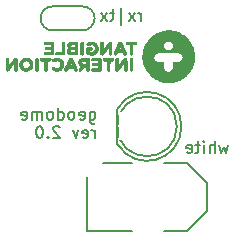
<source format=gbo>
G04 #@! TF.FileFunction,Legend,Bot*
%FSLAX46Y46*%
G04 Gerber Fmt 4.6, Leading zero omitted, Abs format (unit mm)*
G04 Created by KiCad (PCBNEW 4.0.2-stable) date Thursday, September 29, 2016 'amt' 01:44:10 am*
%MOMM*%
G01*
G04 APERTURE LIST*
%ADD10C,0.100000*%
%ADD11C,0.150000*%
%ADD12C,0.200000*%
%ADD13C,0.010000*%
%ADD14C,2.127200*%
%ADD15O,2.398980X2.398980*%
%ADD16R,2.398980X2.398980*%
%ADD17R,2.000000X2.000000*%
%ADD18C,2.000000*%
%ADD19R,2.127200X2.127200*%
%ADD20O,2.127200X2.127200*%
%ADD21C,1.797000*%
%ADD22R,2.300000X2.400000*%
%ADD23C,2.300000*%
%ADD24R,2.127200X2.432000*%
%ADD25O,2.127200X2.432000*%
G04 APERTURE END LIST*
D10*
D11*
X156963858Y-110434381D02*
X156963858Y-109767714D01*
X156963858Y-109958190D02*
X156916239Y-109862952D01*
X156868620Y-109815333D01*
X156773382Y-109767714D01*
X156678143Y-109767714D01*
X156440048Y-110434381D02*
X155916238Y-109767714D01*
X156440048Y-109767714D02*
X155916238Y-110434381D01*
X155297191Y-110767714D02*
X155297191Y-109339143D01*
X154725762Y-109767714D02*
X154344810Y-109767714D01*
X154582905Y-109434381D02*
X154582905Y-110291524D01*
X154535286Y-110386762D01*
X154440048Y-110434381D01*
X154344810Y-110434381D01*
X154106714Y-110434381D02*
X153582904Y-109767714D01*
X154106714Y-109767714D02*
X153582904Y-110434381D01*
X152622333Y-118136714D02*
X152622333Y-118946238D01*
X152669952Y-119041476D01*
X152717571Y-119089095D01*
X152812810Y-119136714D01*
X152955667Y-119136714D01*
X153050905Y-119089095D01*
X152622333Y-118755762D02*
X152717571Y-118803381D01*
X152908048Y-118803381D01*
X153003286Y-118755762D01*
X153050905Y-118708143D01*
X153098524Y-118612905D01*
X153098524Y-118327190D01*
X153050905Y-118231952D01*
X153003286Y-118184333D01*
X152908048Y-118136714D01*
X152717571Y-118136714D01*
X152622333Y-118184333D01*
X151765190Y-118755762D02*
X151860428Y-118803381D01*
X152050905Y-118803381D01*
X152146143Y-118755762D01*
X152193762Y-118660524D01*
X152193762Y-118279571D01*
X152146143Y-118184333D01*
X152050905Y-118136714D01*
X151860428Y-118136714D01*
X151765190Y-118184333D01*
X151717571Y-118279571D01*
X151717571Y-118374810D01*
X152193762Y-118470048D01*
X151146143Y-118803381D02*
X151241381Y-118755762D01*
X151289000Y-118708143D01*
X151336619Y-118612905D01*
X151336619Y-118327190D01*
X151289000Y-118231952D01*
X151241381Y-118184333D01*
X151146143Y-118136714D01*
X151003285Y-118136714D01*
X150908047Y-118184333D01*
X150860428Y-118231952D01*
X150812809Y-118327190D01*
X150812809Y-118612905D01*
X150860428Y-118708143D01*
X150908047Y-118755762D01*
X151003285Y-118803381D01*
X151146143Y-118803381D01*
X149955666Y-118803381D02*
X149955666Y-117803381D01*
X149955666Y-118755762D02*
X150050904Y-118803381D01*
X150241381Y-118803381D01*
X150336619Y-118755762D01*
X150384238Y-118708143D01*
X150431857Y-118612905D01*
X150431857Y-118327190D01*
X150384238Y-118231952D01*
X150336619Y-118184333D01*
X150241381Y-118136714D01*
X150050904Y-118136714D01*
X149955666Y-118184333D01*
X149336619Y-118803381D02*
X149431857Y-118755762D01*
X149479476Y-118708143D01*
X149527095Y-118612905D01*
X149527095Y-118327190D01*
X149479476Y-118231952D01*
X149431857Y-118184333D01*
X149336619Y-118136714D01*
X149193761Y-118136714D01*
X149098523Y-118184333D01*
X149050904Y-118231952D01*
X149003285Y-118327190D01*
X149003285Y-118612905D01*
X149050904Y-118708143D01*
X149098523Y-118755762D01*
X149193761Y-118803381D01*
X149336619Y-118803381D01*
X148574714Y-118803381D02*
X148574714Y-118136714D01*
X148574714Y-118231952D02*
X148527095Y-118184333D01*
X148431857Y-118136714D01*
X148288999Y-118136714D01*
X148193761Y-118184333D01*
X148146142Y-118279571D01*
X148146142Y-118803381D01*
X148146142Y-118279571D02*
X148098523Y-118184333D01*
X148003285Y-118136714D01*
X147860428Y-118136714D01*
X147765190Y-118184333D01*
X147717571Y-118279571D01*
X147717571Y-118803381D01*
X146860428Y-118755762D02*
X146955666Y-118803381D01*
X147146143Y-118803381D01*
X147241381Y-118755762D01*
X147289000Y-118660524D01*
X147289000Y-118279571D01*
X147241381Y-118184333D01*
X147146143Y-118136714D01*
X146955666Y-118136714D01*
X146860428Y-118184333D01*
X146812809Y-118279571D01*
X146812809Y-118374810D01*
X147289000Y-118470048D01*
X153050905Y-120353381D02*
X153050905Y-119686714D01*
X153050905Y-119877190D02*
X153003286Y-119781952D01*
X152955667Y-119734333D01*
X152860429Y-119686714D01*
X152765190Y-119686714D01*
X152050904Y-120305762D02*
X152146142Y-120353381D01*
X152336619Y-120353381D01*
X152431857Y-120305762D01*
X152479476Y-120210524D01*
X152479476Y-119829571D01*
X152431857Y-119734333D01*
X152336619Y-119686714D01*
X152146142Y-119686714D01*
X152050904Y-119734333D01*
X152003285Y-119829571D01*
X152003285Y-119924810D01*
X152479476Y-120020048D01*
X151669952Y-119686714D02*
X151431857Y-120353381D01*
X151193761Y-119686714D01*
X150098523Y-119448619D02*
X150050904Y-119401000D01*
X149955666Y-119353381D01*
X149717570Y-119353381D01*
X149622332Y-119401000D01*
X149574713Y-119448619D01*
X149527094Y-119543857D01*
X149527094Y-119639095D01*
X149574713Y-119781952D01*
X150146142Y-120353381D01*
X149527094Y-120353381D01*
X149098523Y-120258143D02*
X149050904Y-120305762D01*
X149098523Y-120353381D01*
X149146142Y-120305762D01*
X149098523Y-120258143D01*
X149098523Y-120353381D01*
X148431857Y-119353381D02*
X148336618Y-119353381D01*
X148241380Y-119401000D01*
X148193761Y-119448619D01*
X148146142Y-119543857D01*
X148098523Y-119734333D01*
X148098523Y-119972429D01*
X148146142Y-120162905D01*
X148193761Y-120258143D01*
X148241380Y-120305762D01*
X148336618Y-120353381D01*
X148431857Y-120353381D01*
X148527095Y-120305762D01*
X148574714Y-120258143D01*
X148622333Y-120162905D01*
X148669952Y-119972429D01*
X148669952Y-119734333D01*
X148622333Y-119543857D01*
X148574714Y-119448619D01*
X148527095Y-119401000D01*
X148431857Y-119353381D01*
D12*
X152380000Y-128249000D02*
X156180000Y-128249000D01*
X158880000Y-128249000D02*
X160880000Y-128249000D01*
X160880000Y-122449000D02*
X158880000Y-122449000D01*
X156180000Y-122449000D02*
X153780000Y-122449000D01*
X152380000Y-123649000D02*
X152380000Y-128249000D01*
X160880000Y-128249000D02*
X162580000Y-126549000D01*
X162580000Y-126549000D02*
X162580000Y-124149000D01*
X162580000Y-124149000D02*
X160880000Y-122449000D01*
D11*
X152019000Y-109220000D02*
X149479000Y-109220000D01*
X152019000Y-111252000D02*
X149479000Y-111252000D01*
X152019000Y-109220000D02*
G75*
G02X153035000Y-110236000I0J-1016000D01*
G01*
X153035000Y-110236000D02*
G75*
G02X152019000Y-111252000I-1016000J0D01*
G01*
X148463000Y-110236000D02*
G75*
G02X149479000Y-109220000I1016000J0D01*
G01*
X149479000Y-111252000D02*
G75*
G02X148463000Y-110236000I0J1016000D01*
G01*
X154995112Y-117855096D02*
G75*
G02X154980000Y-120880000I2484888J-1524904D01*
G01*
X154980000Y-117880000D02*
X154980000Y-120880000D01*
X159997936Y-119380000D02*
G75*
G03X159997936Y-119380000I-2517936J0D01*
G01*
D13*
G36*
X159250489Y-111252740D02*
X159198771Y-111253890D01*
X159148284Y-111255741D01*
X159100911Y-111258254D01*
X159058532Y-111261388D01*
X159028259Y-111264461D01*
X158892286Y-111284773D01*
X158758961Y-111312979D01*
X158628556Y-111348921D01*
X158501346Y-111392445D01*
X158377606Y-111443393D01*
X158257608Y-111501611D01*
X158141627Y-111566942D01*
X158029937Y-111639229D01*
X157922812Y-111718318D01*
X157820526Y-111804052D01*
X157723354Y-111896275D01*
X157631568Y-111994831D01*
X157545443Y-112099564D01*
X157533179Y-112115600D01*
X157454311Y-112226615D01*
X157382888Y-112341479D01*
X157318990Y-112459862D01*
X157262698Y-112581433D01*
X157214095Y-112705862D01*
X157173260Y-112832819D01*
X157140275Y-112961974D01*
X157115220Y-113092997D01*
X157098178Y-113225557D01*
X157089228Y-113359324D01*
X157088452Y-113493969D01*
X157095931Y-113629160D01*
X157111746Y-113764568D01*
X157118274Y-113806057D01*
X157144627Y-113938445D01*
X157178997Y-114068400D01*
X157221208Y-114195607D01*
X157271078Y-114319751D01*
X157328429Y-114440515D01*
X157393081Y-114557584D01*
X157464855Y-114670640D01*
X157543572Y-114779370D01*
X157629053Y-114883455D01*
X157721117Y-114982581D01*
X157819586Y-115076432D01*
X157858884Y-115110850D01*
X157875417Y-115124604D01*
X157896675Y-115141711D01*
X157920557Y-115160513D01*
X157944963Y-115179352D01*
X157960484Y-115191108D01*
X158072566Y-115270178D01*
X158187729Y-115341408D01*
X158306079Y-115404838D01*
X158427719Y-115460512D01*
X158552757Y-115508470D01*
X158681295Y-115548754D01*
X158813441Y-115581406D01*
X158949299Y-115606467D01*
X159042539Y-115619042D01*
X159063221Y-115620886D01*
X159090974Y-115622549D01*
X159124403Y-115624011D01*
X159162115Y-115625252D01*
X159202714Y-115626253D01*
X159244807Y-115626995D01*
X159286999Y-115627458D01*
X159327896Y-115627623D01*
X159366104Y-115627471D01*
X159400228Y-115626982D01*
X159428874Y-115626137D01*
X159450647Y-115624916D01*
X159452733Y-115624743D01*
X159591105Y-115608641D01*
X159726680Y-115584602D01*
X159859304Y-115552692D01*
X159988821Y-115512976D01*
X160115078Y-115465519D01*
X160237918Y-115410385D01*
X160357187Y-115347639D01*
X160472731Y-115277346D01*
X160584393Y-115199571D01*
X160692020Y-115114379D01*
X160711274Y-115097984D01*
X160739576Y-115072803D01*
X160771349Y-115043148D01*
X160805147Y-115010477D01*
X160839521Y-114976250D01*
X160873025Y-114941925D01*
X160904211Y-114908961D01*
X160931631Y-114878815D01*
X160950741Y-114856683D01*
X161036959Y-114747125D01*
X161115377Y-114634278D01*
X161185996Y-114518133D01*
X161248822Y-114398680D01*
X161303859Y-114275911D01*
X161351109Y-114149817D01*
X161390576Y-114020390D01*
X161422265Y-113887620D01*
X161446179Y-113751498D01*
X161457829Y-113658650D01*
X161460809Y-113623356D01*
X161463104Y-113581363D01*
X161464714Y-113534411D01*
X161465353Y-113499752D01*
X160488541Y-113499752D01*
X160487630Y-113553155D01*
X160479625Y-113606244D01*
X160464452Y-113658311D01*
X160442039Y-113708649D01*
X160412314Y-113756551D01*
X160375202Y-113801309D01*
X160367455Y-113809255D01*
X160322019Y-113848812D01*
X160271945Y-113881304D01*
X160217426Y-113906617D01*
X160178750Y-113919436D01*
X160171312Y-113921478D01*
X160164104Y-113923212D01*
X160156382Y-113924670D01*
X160147403Y-113925882D01*
X160136424Y-113926878D01*
X160122701Y-113927688D01*
X160105491Y-113928342D01*
X160084051Y-113928871D01*
X160057636Y-113929305D01*
X160025505Y-113929673D01*
X159986913Y-113930007D01*
X159941116Y-113930336D01*
X159904469Y-113930579D01*
X159664055Y-113932150D01*
X159664570Y-114161583D01*
X159664662Y-114215238D01*
X159664641Y-114261215D01*
X159664449Y-114300303D01*
X159664030Y-114333292D01*
X159663327Y-114360969D01*
X159662282Y-114384125D01*
X159660839Y-114403548D01*
X159658940Y-114420026D01*
X159656529Y-114434349D01*
X159653549Y-114447306D01*
X159649943Y-114459685D01*
X159645653Y-114472276D01*
X159641263Y-114484169D01*
X159616888Y-114537352D01*
X159585793Y-114586078D01*
X159548657Y-114629784D01*
X159506162Y-114667913D01*
X159458989Y-114699903D01*
X159407819Y-114725194D01*
X159353333Y-114743226D01*
X159317267Y-114750662D01*
X159284685Y-114754958D01*
X159256060Y-114756448D01*
X159227416Y-114755143D01*
X159194779Y-114751056D01*
X159194500Y-114751013D01*
X159138034Y-114738298D01*
X159084550Y-114718162D01*
X159034708Y-114691194D01*
X158989169Y-114657979D01*
X158948593Y-114619107D01*
X158913642Y-114575163D01*
X158884975Y-114526735D01*
X158863254Y-114474410D01*
X158856029Y-114450157D01*
X158852340Y-114435140D01*
X158849212Y-114419836D01*
X158846602Y-114403423D01*
X158844463Y-114385080D01*
X158842753Y-114363985D01*
X158841425Y-114339316D01*
X158840436Y-114310254D01*
X158839741Y-114275976D01*
X158839295Y-114235660D01*
X158839054Y-114188486D01*
X158838974Y-114136153D01*
X158838900Y-113932090D01*
X158598658Y-113930695D01*
X158547437Y-113930389D01*
X158503940Y-113930096D01*
X158467422Y-113929785D01*
X158437142Y-113929426D01*
X158412355Y-113928989D01*
X158392319Y-113928444D01*
X158376291Y-113927761D01*
X158363526Y-113926910D01*
X158353283Y-113925862D01*
X158344818Y-113924585D01*
X158337388Y-113923051D01*
X158330250Y-113921228D01*
X158324550Y-113919629D01*
X158268562Y-113899560D01*
X158217216Y-113873001D01*
X158170869Y-113840583D01*
X158129876Y-113802932D01*
X158094595Y-113760678D01*
X158065383Y-113714448D01*
X158042596Y-113664872D01*
X158026590Y-113612577D01*
X158017723Y-113558192D01*
X158016350Y-113502345D01*
X158022830Y-113445665D01*
X158032469Y-113404996D01*
X158051863Y-113352788D01*
X158078756Y-113302917D01*
X158112246Y-113256650D01*
X158151433Y-113215251D01*
X158189712Y-113183998D01*
X158218299Y-113165921D01*
X158252086Y-113148401D01*
X158287858Y-113132919D01*
X158322399Y-113120953D01*
X158333271Y-113117953D01*
X158371117Y-113108316D01*
X159249533Y-113108316D01*
X159351176Y-113108319D01*
X159444705Y-113108328D01*
X159530471Y-113108346D01*
X159608827Y-113108377D01*
X159680126Y-113108424D01*
X159744720Y-113108489D01*
X159802961Y-113108576D01*
X159855200Y-113108688D01*
X159901792Y-113108827D01*
X159943087Y-113108998D01*
X159979439Y-113109202D01*
X160011199Y-113109444D01*
X160038720Y-113109725D01*
X160062353Y-113110050D01*
X160082452Y-113110420D01*
X160099369Y-113110840D01*
X160113455Y-113111311D01*
X160125063Y-113111838D01*
X160134546Y-113112423D01*
X160142256Y-113113070D01*
X160148544Y-113113781D01*
X160153764Y-113114559D01*
X160158267Y-113115407D01*
X160161817Y-113116191D01*
X160216198Y-113132720D01*
X160268096Y-113156108D01*
X160302374Y-113176499D01*
X160349090Y-113212310D01*
X160389220Y-113252756D01*
X160422692Y-113297128D01*
X160449432Y-113344721D01*
X160469369Y-113394828D01*
X160482430Y-113446740D01*
X160488541Y-113499752D01*
X161465353Y-113499752D01*
X161465639Y-113484242D01*
X161465879Y-113432594D01*
X161465433Y-113381209D01*
X161464301Y-113331826D01*
X161462484Y-113286186D01*
X161459981Y-113246029D01*
X161457873Y-113222617D01*
X161439797Y-113087315D01*
X161414416Y-112956009D01*
X161381572Y-112828152D01*
X161341104Y-112703194D01*
X161292852Y-112580589D01*
X161278898Y-112550591D01*
X159665150Y-112550591D01*
X159660787Y-112600077D01*
X159651393Y-112647311D01*
X159645171Y-112668268D01*
X159623144Y-112721039D01*
X159593786Y-112770216D01*
X159557728Y-112815084D01*
X159515601Y-112854926D01*
X159468037Y-112889026D01*
X159433683Y-112908183D01*
X159398749Y-112924164D01*
X159366018Y-112935648D01*
X159333089Y-112943137D01*
X159297563Y-112947129D01*
X159257040Y-112948127D01*
X159243183Y-112947909D01*
X159216000Y-112947056D01*
X159194971Y-112945752D01*
X159177786Y-112943705D01*
X159162135Y-112940627D01*
X159145708Y-112936227D01*
X159142480Y-112935269D01*
X159086325Y-112914247D01*
X159034778Y-112886525D01*
X158988299Y-112852650D01*
X158947346Y-112813170D01*
X158912376Y-112768632D01*
X158883848Y-112719583D01*
X158862221Y-112666572D01*
X158847953Y-112610145D01*
X158843433Y-112578092D01*
X158841638Y-112520815D01*
X158847820Y-112465002D01*
X158861529Y-112411273D01*
X158882318Y-112360246D01*
X158909738Y-112312541D01*
X158943341Y-112268775D01*
X158982678Y-112229569D01*
X159027302Y-112195542D01*
X159076764Y-112167311D01*
X159130616Y-112145497D01*
X159163567Y-112136058D01*
X159201879Y-112129396D01*
X159244323Y-112126614D01*
X159287504Y-112127710D01*
X159328030Y-112132684D01*
X159343966Y-112136058D01*
X159400635Y-112154083D01*
X159453351Y-112179149D01*
X159501562Y-112210691D01*
X159544716Y-112248146D01*
X159582261Y-112290951D01*
X159613645Y-112338544D01*
X159638314Y-112390360D01*
X159655718Y-112445837D01*
X159658082Y-112456383D01*
X159664307Y-112501733D01*
X159665150Y-112550591D01*
X161278898Y-112550591D01*
X161236656Y-112459787D01*
X161232808Y-112452150D01*
X161188133Y-112367772D01*
X161141934Y-112288577D01*
X161092848Y-112212490D01*
X161039512Y-112137442D01*
X160980563Y-112061360D01*
X160955735Y-112030933D01*
X160936911Y-112009085D01*
X160913139Y-111982927D01*
X160885630Y-111953677D01*
X160855597Y-111922555D01*
X160824252Y-111890782D01*
X160792808Y-111859576D01*
X160762477Y-111830157D01*
X160734472Y-111803746D01*
X160710004Y-111781561D01*
X160695217Y-111768854D01*
X160584670Y-111682227D01*
X160470954Y-111603435D01*
X160354118Y-111532499D01*
X160234212Y-111469439D01*
X160111282Y-111414273D01*
X159985380Y-111367023D01*
X159856552Y-111327708D01*
X159724848Y-111296347D01*
X159590317Y-111272960D01*
X159453008Y-111257568D01*
X159432074Y-111255943D01*
X159394233Y-111253892D01*
X159350101Y-111252702D01*
X159301560Y-111252331D01*
X159250489Y-111252740D01*
X159250489Y-111252740D01*
G37*
X159250489Y-111252740D02*
X159198771Y-111253890D01*
X159148284Y-111255741D01*
X159100911Y-111258254D01*
X159058532Y-111261388D01*
X159028259Y-111264461D01*
X158892286Y-111284773D01*
X158758961Y-111312979D01*
X158628556Y-111348921D01*
X158501346Y-111392445D01*
X158377606Y-111443393D01*
X158257608Y-111501611D01*
X158141627Y-111566942D01*
X158029937Y-111639229D01*
X157922812Y-111718318D01*
X157820526Y-111804052D01*
X157723354Y-111896275D01*
X157631568Y-111994831D01*
X157545443Y-112099564D01*
X157533179Y-112115600D01*
X157454311Y-112226615D01*
X157382888Y-112341479D01*
X157318990Y-112459862D01*
X157262698Y-112581433D01*
X157214095Y-112705862D01*
X157173260Y-112832819D01*
X157140275Y-112961974D01*
X157115220Y-113092997D01*
X157098178Y-113225557D01*
X157089228Y-113359324D01*
X157088452Y-113493969D01*
X157095931Y-113629160D01*
X157111746Y-113764568D01*
X157118274Y-113806057D01*
X157144627Y-113938445D01*
X157178997Y-114068400D01*
X157221208Y-114195607D01*
X157271078Y-114319751D01*
X157328429Y-114440515D01*
X157393081Y-114557584D01*
X157464855Y-114670640D01*
X157543572Y-114779370D01*
X157629053Y-114883455D01*
X157721117Y-114982581D01*
X157819586Y-115076432D01*
X157858884Y-115110850D01*
X157875417Y-115124604D01*
X157896675Y-115141711D01*
X157920557Y-115160513D01*
X157944963Y-115179352D01*
X157960484Y-115191108D01*
X158072566Y-115270178D01*
X158187729Y-115341408D01*
X158306079Y-115404838D01*
X158427719Y-115460512D01*
X158552757Y-115508470D01*
X158681295Y-115548754D01*
X158813441Y-115581406D01*
X158949299Y-115606467D01*
X159042539Y-115619042D01*
X159063221Y-115620886D01*
X159090974Y-115622549D01*
X159124403Y-115624011D01*
X159162115Y-115625252D01*
X159202714Y-115626253D01*
X159244807Y-115626995D01*
X159286999Y-115627458D01*
X159327896Y-115627623D01*
X159366104Y-115627471D01*
X159400228Y-115626982D01*
X159428874Y-115626137D01*
X159450647Y-115624916D01*
X159452733Y-115624743D01*
X159591105Y-115608641D01*
X159726680Y-115584602D01*
X159859304Y-115552692D01*
X159988821Y-115512976D01*
X160115078Y-115465519D01*
X160237918Y-115410385D01*
X160357187Y-115347639D01*
X160472731Y-115277346D01*
X160584393Y-115199571D01*
X160692020Y-115114379D01*
X160711274Y-115097984D01*
X160739576Y-115072803D01*
X160771349Y-115043148D01*
X160805147Y-115010477D01*
X160839521Y-114976250D01*
X160873025Y-114941925D01*
X160904211Y-114908961D01*
X160931631Y-114878815D01*
X160950741Y-114856683D01*
X161036959Y-114747125D01*
X161115377Y-114634278D01*
X161185996Y-114518133D01*
X161248822Y-114398680D01*
X161303859Y-114275911D01*
X161351109Y-114149817D01*
X161390576Y-114020390D01*
X161422265Y-113887620D01*
X161446179Y-113751498D01*
X161457829Y-113658650D01*
X161460809Y-113623356D01*
X161463104Y-113581363D01*
X161464714Y-113534411D01*
X161465353Y-113499752D01*
X160488541Y-113499752D01*
X160487630Y-113553155D01*
X160479625Y-113606244D01*
X160464452Y-113658311D01*
X160442039Y-113708649D01*
X160412314Y-113756551D01*
X160375202Y-113801309D01*
X160367455Y-113809255D01*
X160322019Y-113848812D01*
X160271945Y-113881304D01*
X160217426Y-113906617D01*
X160178750Y-113919436D01*
X160171312Y-113921478D01*
X160164104Y-113923212D01*
X160156382Y-113924670D01*
X160147403Y-113925882D01*
X160136424Y-113926878D01*
X160122701Y-113927688D01*
X160105491Y-113928342D01*
X160084051Y-113928871D01*
X160057636Y-113929305D01*
X160025505Y-113929673D01*
X159986913Y-113930007D01*
X159941116Y-113930336D01*
X159904469Y-113930579D01*
X159664055Y-113932150D01*
X159664570Y-114161583D01*
X159664662Y-114215238D01*
X159664641Y-114261215D01*
X159664449Y-114300303D01*
X159664030Y-114333292D01*
X159663327Y-114360969D01*
X159662282Y-114384125D01*
X159660839Y-114403548D01*
X159658940Y-114420026D01*
X159656529Y-114434349D01*
X159653549Y-114447306D01*
X159649943Y-114459685D01*
X159645653Y-114472276D01*
X159641263Y-114484169D01*
X159616888Y-114537352D01*
X159585793Y-114586078D01*
X159548657Y-114629784D01*
X159506162Y-114667913D01*
X159458989Y-114699903D01*
X159407819Y-114725194D01*
X159353333Y-114743226D01*
X159317267Y-114750662D01*
X159284685Y-114754958D01*
X159256060Y-114756448D01*
X159227416Y-114755143D01*
X159194779Y-114751056D01*
X159194500Y-114751013D01*
X159138034Y-114738298D01*
X159084550Y-114718162D01*
X159034708Y-114691194D01*
X158989169Y-114657979D01*
X158948593Y-114619107D01*
X158913642Y-114575163D01*
X158884975Y-114526735D01*
X158863254Y-114474410D01*
X158856029Y-114450157D01*
X158852340Y-114435140D01*
X158849212Y-114419836D01*
X158846602Y-114403423D01*
X158844463Y-114385080D01*
X158842753Y-114363985D01*
X158841425Y-114339316D01*
X158840436Y-114310254D01*
X158839741Y-114275976D01*
X158839295Y-114235660D01*
X158839054Y-114188486D01*
X158838974Y-114136153D01*
X158838900Y-113932090D01*
X158598658Y-113930695D01*
X158547437Y-113930389D01*
X158503940Y-113930096D01*
X158467422Y-113929785D01*
X158437142Y-113929426D01*
X158412355Y-113928989D01*
X158392319Y-113928444D01*
X158376291Y-113927761D01*
X158363526Y-113926910D01*
X158353283Y-113925862D01*
X158344818Y-113924585D01*
X158337388Y-113923051D01*
X158330250Y-113921228D01*
X158324550Y-113919629D01*
X158268562Y-113899560D01*
X158217216Y-113873001D01*
X158170869Y-113840583D01*
X158129876Y-113802932D01*
X158094595Y-113760678D01*
X158065383Y-113714448D01*
X158042596Y-113664872D01*
X158026590Y-113612577D01*
X158017723Y-113558192D01*
X158016350Y-113502345D01*
X158022830Y-113445665D01*
X158032469Y-113404996D01*
X158051863Y-113352788D01*
X158078756Y-113302917D01*
X158112246Y-113256650D01*
X158151433Y-113215251D01*
X158189712Y-113183998D01*
X158218299Y-113165921D01*
X158252086Y-113148401D01*
X158287858Y-113132919D01*
X158322399Y-113120953D01*
X158333271Y-113117953D01*
X158371117Y-113108316D01*
X159249533Y-113108316D01*
X159351176Y-113108319D01*
X159444705Y-113108328D01*
X159530471Y-113108346D01*
X159608827Y-113108377D01*
X159680126Y-113108424D01*
X159744720Y-113108489D01*
X159802961Y-113108576D01*
X159855200Y-113108688D01*
X159901792Y-113108827D01*
X159943087Y-113108998D01*
X159979439Y-113109202D01*
X160011199Y-113109444D01*
X160038720Y-113109725D01*
X160062353Y-113110050D01*
X160082452Y-113110420D01*
X160099369Y-113110840D01*
X160113455Y-113111311D01*
X160125063Y-113111838D01*
X160134546Y-113112423D01*
X160142256Y-113113070D01*
X160148544Y-113113781D01*
X160153764Y-113114559D01*
X160158267Y-113115407D01*
X160161817Y-113116191D01*
X160216198Y-113132720D01*
X160268096Y-113156108D01*
X160302374Y-113176499D01*
X160349090Y-113212310D01*
X160389220Y-113252756D01*
X160422692Y-113297128D01*
X160449432Y-113344721D01*
X160469369Y-113394828D01*
X160482430Y-113446740D01*
X160488541Y-113499752D01*
X161465353Y-113499752D01*
X161465639Y-113484242D01*
X161465879Y-113432594D01*
X161465433Y-113381209D01*
X161464301Y-113331826D01*
X161462484Y-113286186D01*
X161459981Y-113246029D01*
X161457873Y-113222617D01*
X161439797Y-113087315D01*
X161414416Y-112956009D01*
X161381572Y-112828152D01*
X161341104Y-112703194D01*
X161292852Y-112580589D01*
X161278898Y-112550591D01*
X159665150Y-112550591D01*
X159660787Y-112600077D01*
X159651393Y-112647311D01*
X159645171Y-112668268D01*
X159623144Y-112721039D01*
X159593786Y-112770216D01*
X159557728Y-112815084D01*
X159515601Y-112854926D01*
X159468037Y-112889026D01*
X159433683Y-112908183D01*
X159398749Y-112924164D01*
X159366018Y-112935648D01*
X159333089Y-112943137D01*
X159297563Y-112947129D01*
X159257040Y-112948127D01*
X159243183Y-112947909D01*
X159216000Y-112947056D01*
X159194971Y-112945752D01*
X159177786Y-112943705D01*
X159162135Y-112940627D01*
X159145708Y-112936227D01*
X159142480Y-112935269D01*
X159086325Y-112914247D01*
X159034778Y-112886525D01*
X158988299Y-112852650D01*
X158947346Y-112813170D01*
X158912376Y-112768632D01*
X158883848Y-112719583D01*
X158862221Y-112666572D01*
X158847953Y-112610145D01*
X158843433Y-112578092D01*
X158841638Y-112520815D01*
X158847820Y-112465002D01*
X158861529Y-112411273D01*
X158882318Y-112360246D01*
X158909738Y-112312541D01*
X158943341Y-112268775D01*
X158982678Y-112229569D01*
X159027302Y-112195542D01*
X159076764Y-112167311D01*
X159130616Y-112145497D01*
X159163567Y-112136058D01*
X159201879Y-112129396D01*
X159244323Y-112126614D01*
X159287504Y-112127710D01*
X159328030Y-112132684D01*
X159343966Y-112136058D01*
X159400635Y-112154083D01*
X159453351Y-112179149D01*
X159501562Y-112210691D01*
X159544716Y-112248146D01*
X159582261Y-112290951D01*
X159613645Y-112338544D01*
X159638314Y-112390360D01*
X159655718Y-112445837D01*
X159658082Y-112456383D01*
X159664307Y-112501733D01*
X159665150Y-112550591D01*
X161278898Y-112550591D01*
X161236656Y-112459787D01*
X161232808Y-112452150D01*
X161188133Y-112367772D01*
X161141934Y-112288577D01*
X161092848Y-112212490D01*
X161039512Y-112137442D01*
X160980563Y-112061360D01*
X160955735Y-112030933D01*
X160936911Y-112009085D01*
X160913139Y-111982927D01*
X160885630Y-111953677D01*
X160855597Y-111922555D01*
X160824252Y-111890782D01*
X160792808Y-111859576D01*
X160762477Y-111830157D01*
X160734472Y-111803746D01*
X160710004Y-111781561D01*
X160695217Y-111768854D01*
X160584670Y-111682227D01*
X160470954Y-111603435D01*
X160354118Y-111532499D01*
X160234212Y-111469439D01*
X160111282Y-111414273D01*
X159985380Y-111367023D01*
X159856552Y-111327708D01*
X159724848Y-111296347D01*
X159590317Y-111272960D01*
X159453008Y-111257568D01*
X159432074Y-111255943D01*
X159394233Y-111253892D01*
X159350101Y-111252702D01*
X159301560Y-111252331D01*
X159250489Y-111252740D01*
G36*
X149779844Y-113575236D02*
X149713465Y-113582925D01*
X149691829Y-113586947D01*
X149649885Y-113597350D01*
X149608905Y-113610950D01*
X149570032Y-113627134D01*
X149534410Y-113645288D01*
X149503180Y-113664798D01*
X149477485Y-113685049D01*
X149458470Y-113705428D01*
X149451483Y-113716083D01*
X149444820Y-113729256D01*
X149440977Y-113740854D01*
X149439213Y-113754200D01*
X149438784Y-113772618D01*
X149438783Y-113772950D01*
X149439201Y-113791489D01*
X149440941Y-113804884D01*
X149444737Y-113816438D01*
X149451322Y-113829454D01*
X149451324Y-113829456D01*
X149469173Y-113853558D01*
X149492148Y-113871033D01*
X149519814Y-113881639D01*
X149551066Y-113885133D01*
X149568159Y-113884287D01*
X149583870Y-113881263D01*
X149600088Y-113875331D01*
X149618699Y-113865764D01*
X149641593Y-113851833D01*
X149647995Y-113847720D01*
X149695705Y-113821262D01*
X149744216Y-113802732D01*
X149792882Y-113791968D01*
X149841055Y-113788811D01*
X149888086Y-113793099D01*
X149933328Y-113804671D01*
X149976133Y-113823365D01*
X150015853Y-113849021D01*
X150051841Y-113881478D01*
X150083448Y-113920574D01*
X150108012Y-113962091D01*
X150126791Y-114008404D01*
X150138612Y-114058175D01*
X150143428Y-114109968D01*
X150141192Y-114162351D01*
X150131856Y-114213887D01*
X150117749Y-114257353D01*
X150095225Y-114302819D01*
X150066091Y-114343827D01*
X150031162Y-114379600D01*
X149991255Y-114409359D01*
X149947187Y-114432326D01*
X149925617Y-114440438D01*
X149912611Y-114444409D01*
X149900248Y-114447162D01*
X149886511Y-114448910D01*
X149869384Y-114449867D01*
X149846848Y-114450244D01*
X149832483Y-114450283D01*
X149806163Y-114450109D01*
X149786218Y-114449443D01*
X149770564Y-114448066D01*
X149757114Y-114445760D01*
X149743781Y-114442309D01*
X149737340Y-114440347D01*
X149709119Y-114430485D01*
X149684046Y-114419219D01*
X149659215Y-114405048D01*
X149631722Y-114386470D01*
X149628335Y-114384039D01*
X149606316Y-114368722D01*
X149588724Y-114358137D01*
X149573585Y-114351473D01*
X149558927Y-114347917D01*
X149542777Y-114346659D01*
X149537344Y-114346608D01*
X149507167Y-114350413D01*
X149480596Y-114361269D01*
X149458597Y-114378483D01*
X149442134Y-114401365D01*
X149434429Y-114420360D01*
X149429761Y-114439208D01*
X149428648Y-114455212D01*
X149431115Y-114472286D01*
X149434866Y-114486556D01*
X149439366Y-114499233D01*
X149445681Y-114510318D01*
X149455410Y-114522082D01*
X149470152Y-114536796D01*
X149470436Y-114537066D01*
X149514109Y-114573026D01*
X149563865Y-114603867D01*
X149618738Y-114629162D01*
X149677762Y-114648482D01*
X149739972Y-114661400D01*
X149756283Y-114663625D01*
X149786195Y-114666235D01*
X149820459Y-114667540D01*
X149856253Y-114667563D01*
X149890750Y-114666328D01*
X149921127Y-114663859D01*
X149934083Y-114662139D01*
X150000197Y-114647727D01*
X150062235Y-114626202D01*
X150119876Y-114598039D01*
X150172798Y-114563711D01*
X150220682Y-114523693D01*
X150263207Y-114478460D01*
X150300051Y-114428487D01*
X150330893Y-114374247D01*
X150355414Y-114316217D01*
X150373292Y-114254870D01*
X150384207Y-114190681D01*
X150387837Y-114124125D01*
X150383862Y-114055676D01*
X150376515Y-114007578D01*
X150359977Y-113942863D01*
X150336063Y-113881658D01*
X150305226Y-113824492D01*
X150267913Y-113771897D01*
X150224575Y-113724403D01*
X150175661Y-113682541D01*
X150121623Y-113646841D01*
X150062908Y-113617834D01*
X150037800Y-113608074D01*
X149977894Y-113590536D01*
X149913783Y-113579146D01*
X149847191Y-113574011D01*
X149779844Y-113575236D01*
X149779844Y-113575236D01*
G37*
X149779844Y-113575236D02*
X149713465Y-113582925D01*
X149691829Y-113586947D01*
X149649885Y-113597350D01*
X149608905Y-113610950D01*
X149570032Y-113627134D01*
X149534410Y-113645288D01*
X149503180Y-113664798D01*
X149477485Y-113685049D01*
X149458470Y-113705428D01*
X149451483Y-113716083D01*
X149444820Y-113729256D01*
X149440977Y-113740854D01*
X149439213Y-113754200D01*
X149438784Y-113772618D01*
X149438783Y-113772950D01*
X149439201Y-113791489D01*
X149440941Y-113804884D01*
X149444737Y-113816438D01*
X149451322Y-113829454D01*
X149451324Y-113829456D01*
X149469173Y-113853558D01*
X149492148Y-113871033D01*
X149519814Y-113881639D01*
X149551066Y-113885133D01*
X149568159Y-113884287D01*
X149583870Y-113881263D01*
X149600088Y-113875331D01*
X149618699Y-113865764D01*
X149641593Y-113851833D01*
X149647995Y-113847720D01*
X149695705Y-113821262D01*
X149744216Y-113802732D01*
X149792882Y-113791968D01*
X149841055Y-113788811D01*
X149888086Y-113793099D01*
X149933328Y-113804671D01*
X149976133Y-113823365D01*
X150015853Y-113849021D01*
X150051841Y-113881478D01*
X150083448Y-113920574D01*
X150108012Y-113962091D01*
X150126791Y-114008404D01*
X150138612Y-114058175D01*
X150143428Y-114109968D01*
X150141192Y-114162351D01*
X150131856Y-114213887D01*
X150117749Y-114257353D01*
X150095225Y-114302819D01*
X150066091Y-114343827D01*
X150031162Y-114379600D01*
X149991255Y-114409359D01*
X149947187Y-114432326D01*
X149925617Y-114440438D01*
X149912611Y-114444409D01*
X149900248Y-114447162D01*
X149886511Y-114448910D01*
X149869384Y-114449867D01*
X149846848Y-114450244D01*
X149832483Y-114450283D01*
X149806163Y-114450109D01*
X149786218Y-114449443D01*
X149770564Y-114448066D01*
X149757114Y-114445760D01*
X149743781Y-114442309D01*
X149737340Y-114440347D01*
X149709119Y-114430485D01*
X149684046Y-114419219D01*
X149659215Y-114405048D01*
X149631722Y-114386470D01*
X149628335Y-114384039D01*
X149606316Y-114368722D01*
X149588724Y-114358137D01*
X149573585Y-114351473D01*
X149558927Y-114347917D01*
X149542777Y-114346659D01*
X149537344Y-114346608D01*
X149507167Y-114350413D01*
X149480596Y-114361269D01*
X149458597Y-114378483D01*
X149442134Y-114401365D01*
X149434429Y-114420360D01*
X149429761Y-114439208D01*
X149428648Y-114455212D01*
X149431115Y-114472286D01*
X149434866Y-114486556D01*
X149439366Y-114499233D01*
X149445681Y-114510318D01*
X149455410Y-114522082D01*
X149470152Y-114536796D01*
X149470436Y-114537066D01*
X149514109Y-114573026D01*
X149563865Y-114603867D01*
X149618738Y-114629162D01*
X149677762Y-114648482D01*
X149739972Y-114661400D01*
X149756283Y-114663625D01*
X149786195Y-114666235D01*
X149820459Y-114667540D01*
X149856253Y-114667563D01*
X149890750Y-114666328D01*
X149921127Y-114663859D01*
X149934083Y-114662139D01*
X150000197Y-114647727D01*
X150062235Y-114626202D01*
X150119876Y-114598039D01*
X150172798Y-114563711D01*
X150220682Y-114523693D01*
X150263207Y-114478460D01*
X150300051Y-114428487D01*
X150330893Y-114374247D01*
X150355414Y-114316217D01*
X150373292Y-114254870D01*
X150384207Y-114190681D01*
X150387837Y-114124125D01*
X150383862Y-114055676D01*
X150376515Y-114007578D01*
X150359977Y-113942863D01*
X150336063Y-113881658D01*
X150305226Y-113824492D01*
X150267913Y-113771897D01*
X150224575Y-113724403D01*
X150175661Y-113682541D01*
X150121623Y-113646841D01*
X150062908Y-113617834D01*
X150037800Y-113608074D01*
X149977894Y-113590536D01*
X149913783Y-113579146D01*
X149847191Y-113574011D01*
X149779844Y-113575236D01*
G36*
X147163040Y-113576168D02*
X147097774Y-113585749D01*
X147034635Y-113602134D01*
X146974312Y-113625075D01*
X146917496Y-113654326D01*
X146864874Y-113689639D01*
X146817137Y-113730767D01*
X146774974Y-113777464D01*
X146750813Y-113810791D01*
X146725065Y-113852906D01*
X146704399Y-113894339D01*
X146687548Y-113938004D01*
X146673242Y-113986820D01*
X146671758Y-113992677D01*
X146666989Y-114017891D01*
X146663431Y-114049176D01*
X146661151Y-114084216D01*
X146660216Y-114120693D01*
X146660690Y-114156289D01*
X146662642Y-114188687D01*
X146665475Y-114211760D01*
X146680439Y-114277786D01*
X146702823Y-114340172D01*
X146732213Y-114398489D01*
X146768194Y-114452310D01*
X146810352Y-114501205D01*
X146858275Y-114544746D01*
X146911546Y-114582504D01*
X146969752Y-114614051D01*
X147032480Y-114638959D01*
X147094601Y-114655808D01*
X147122556Y-114660444D01*
X147156164Y-114663889D01*
X147192971Y-114666072D01*
X147230525Y-114666925D01*
X147266373Y-114666379D01*
X147298060Y-114664364D01*
X147316319Y-114662064D01*
X147386367Y-114646845D01*
X147451389Y-114624859D01*
X147511570Y-114596015D01*
X147567093Y-114560219D01*
X147618141Y-114517381D01*
X147631933Y-114503833D01*
X147657807Y-114474881D01*
X147683673Y-114441208D01*
X147707224Y-114406024D01*
X147726081Y-114372692D01*
X147738368Y-114345159D01*
X147750547Y-114312376D01*
X147761589Y-114277511D01*
X147770469Y-114243731D01*
X147774890Y-114222187D01*
X147778346Y-114194868D01*
X147780485Y-114161957D01*
X147781307Y-114126138D01*
X147781195Y-114117967D01*
X147537465Y-114117967D01*
X147536989Y-114150568D01*
X147534818Y-114177633D01*
X147530439Y-114202009D01*
X147523342Y-114226543D01*
X147513015Y-114254082D01*
X147513007Y-114254101D01*
X147491150Y-114297654D01*
X147462575Y-114337833D01*
X147428424Y-114373491D01*
X147389837Y-114403479D01*
X147347957Y-114426648D01*
X147336934Y-114431308D01*
X147294324Y-114444215D01*
X147248049Y-114451136D01*
X147200588Y-114451911D01*
X147154421Y-114446381D01*
X147142725Y-114443840D01*
X147096447Y-114428539D01*
X147053779Y-114406119D01*
X147015264Y-114377352D01*
X146981448Y-114343011D01*
X146952878Y-114303871D01*
X146930098Y-114260704D01*
X146913654Y-114214284D01*
X146904092Y-114165383D01*
X146901956Y-114114776D01*
X146902546Y-114103366D01*
X146906550Y-114066087D01*
X146913607Y-114032783D01*
X146924651Y-113999971D01*
X146939074Y-113967355D01*
X146964983Y-113922950D01*
X146997038Y-113884081D01*
X147034624Y-113851190D01*
X147077123Y-113824721D01*
X147123919Y-113805114D01*
X147174396Y-113792814D01*
X147184393Y-113791333D01*
X147233072Y-113789028D01*
X147282308Y-113794693D01*
X147330760Y-113808049D01*
X147377087Y-113828815D01*
X147384843Y-113833171D01*
X147413281Y-113853023D01*
X147441662Y-113878898D01*
X147467931Y-113908592D01*
X147490037Y-113939899D01*
X147499132Y-113955941D01*
X147514505Y-113988324D01*
X147525378Y-114018069D01*
X147532399Y-114047913D01*
X147536213Y-114080589D01*
X147537465Y-114117967D01*
X147781195Y-114117967D01*
X147780809Y-114090095D01*
X147778988Y-114056510D01*
X147775843Y-114028067D01*
X147775055Y-114023234D01*
X147759529Y-113958044D01*
X147736540Y-113896342D01*
X147706534Y-113838600D01*
X147669960Y-113785289D01*
X147627264Y-113736881D01*
X147578895Y-113693848D01*
X147525299Y-113656661D01*
X147466924Y-113625791D01*
X147404218Y-113601711D01*
X147364706Y-113590720D01*
X147297195Y-113578406D01*
X147229743Y-113573638D01*
X147163040Y-113576168D01*
X147163040Y-113576168D01*
G37*
X147163040Y-113576168D02*
X147097774Y-113585749D01*
X147034635Y-113602134D01*
X146974312Y-113625075D01*
X146917496Y-113654326D01*
X146864874Y-113689639D01*
X146817137Y-113730767D01*
X146774974Y-113777464D01*
X146750813Y-113810791D01*
X146725065Y-113852906D01*
X146704399Y-113894339D01*
X146687548Y-113938004D01*
X146673242Y-113986820D01*
X146671758Y-113992677D01*
X146666989Y-114017891D01*
X146663431Y-114049176D01*
X146661151Y-114084216D01*
X146660216Y-114120693D01*
X146660690Y-114156289D01*
X146662642Y-114188687D01*
X146665475Y-114211760D01*
X146680439Y-114277786D01*
X146702823Y-114340172D01*
X146732213Y-114398489D01*
X146768194Y-114452310D01*
X146810352Y-114501205D01*
X146858275Y-114544746D01*
X146911546Y-114582504D01*
X146969752Y-114614051D01*
X147032480Y-114638959D01*
X147094601Y-114655808D01*
X147122556Y-114660444D01*
X147156164Y-114663889D01*
X147192971Y-114666072D01*
X147230525Y-114666925D01*
X147266373Y-114666379D01*
X147298060Y-114664364D01*
X147316319Y-114662064D01*
X147386367Y-114646845D01*
X147451389Y-114624859D01*
X147511570Y-114596015D01*
X147567093Y-114560219D01*
X147618141Y-114517381D01*
X147631933Y-114503833D01*
X147657807Y-114474881D01*
X147683673Y-114441208D01*
X147707224Y-114406024D01*
X147726081Y-114372692D01*
X147738368Y-114345159D01*
X147750547Y-114312376D01*
X147761589Y-114277511D01*
X147770469Y-114243731D01*
X147774890Y-114222187D01*
X147778346Y-114194868D01*
X147780485Y-114161957D01*
X147781307Y-114126138D01*
X147781195Y-114117967D01*
X147537465Y-114117967D01*
X147536989Y-114150568D01*
X147534818Y-114177633D01*
X147530439Y-114202009D01*
X147523342Y-114226543D01*
X147513015Y-114254082D01*
X147513007Y-114254101D01*
X147491150Y-114297654D01*
X147462575Y-114337833D01*
X147428424Y-114373491D01*
X147389837Y-114403479D01*
X147347957Y-114426648D01*
X147336934Y-114431308D01*
X147294324Y-114444215D01*
X147248049Y-114451136D01*
X147200588Y-114451911D01*
X147154421Y-114446381D01*
X147142725Y-114443840D01*
X147096447Y-114428539D01*
X147053779Y-114406119D01*
X147015264Y-114377352D01*
X146981448Y-114343011D01*
X146952878Y-114303871D01*
X146930098Y-114260704D01*
X146913654Y-114214284D01*
X146904092Y-114165383D01*
X146901956Y-114114776D01*
X146902546Y-114103366D01*
X146906550Y-114066087D01*
X146913607Y-114032783D01*
X146924651Y-113999971D01*
X146939074Y-113967355D01*
X146964983Y-113922950D01*
X146997038Y-113884081D01*
X147034624Y-113851190D01*
X147077123Y-113824721D01*
X147123919Y-113805114D01*
X147174396Y-113792814D01*
X147184393Y-113791333D01*
X147233072Y-113789028D01*
X147282308Y-113794693D01*
X147330760Y-113808049D01*
X147377087Y-113828815D01*
X147384843Y-113833171D01*
X147413281Y-113853023D01*
X147441662Y-113878898D01*
X147467931Y-113908592D01*
X147490037Y-113939899D01*
X147499132Y-113955941D01*
X147514505Y-113988324D01*
X147525378Y-114018069D01*
X147532399Y-114047913D01*
X147536213Y-114080589D01*
X147537465Y-114117967D01*
X147781195Y-114117967D01*
X147780809Y-114090095D01*
X147778988Y-114056510D01*
X147775843Y-114028067D01*
X147775055Y-114023234D01*
X147759529Y-113958044D01*
X147736540Y-113896342D01*
X147706534Y-113838600D01*
X147669960Y-113785289D01*
X147627264Y-113736881D01*
X147578895Y-113693848D01*
X147525299Y-113656661D01*
X147466924Y-113625791D01*
X147404218Y-113601711D01*
X147364706Y-113590720D01*
X147297195Y-113578406D01*
X147229743Y-113573638D01*
X147163040Y-113576168D01*
G36*
X156092915Y-113587821D02*
X156065583Y-113597531D01*
X156043174Y-113613976D01*
X156025297Y-113637397D01*
X156018669Y-113650183D01*
X156008917Y-113671350D01*
X156008917Y-114122200D01*
X156008919Y-114193728D01*
X156008931Y-114257284D01*
X156008963Y-114313361D01*
X156009024Y-114362453D01*
X156009122Y-114405053D01*
X156009269Y-114441657D01*
X156009471Y-114472757D01*
X156009740Y-114498848D01*
X156010084Y-114520423D01*
X156010513Y-114537977D01*
X156011036Y-114552003D01*
X156011662Y-114562995D01*
X156012400Y-114571447D01*
X156013260Y-114577853D01*
X156014251Y-114582707D01*
X156015382Y-114586502D01*
X156016663Y-114589733D01*
X156017757Y-114592147D01*
X156033906Y-114617436D01*
X156056220Y-114638313D01*
X156071848Y-114647931D01*
X156091883Y-114654800D01*
X156116188Y-114658184D01*
X156141220Y-114657866D01*
X156163437Y-114653627D01*
X156163563Y-114653586D01*
X156186459Y-114642395D01*
X156207596Y-114625108D01*
X156224372Y-114604055D01*
X156229585Y-114594452D01*
X156239551Y-114573050D01*
X156239499Y-114120083D01*
X156239485Y-114048190D01*
X156239456Y-113984273D01*
X156239403Y-113927845D01*
X156239318Y-113878415D01*
X156239194Y-113835494D01*
X156239021Y-113798592D01*
X156238793Y-113767221D01*
X156238500Y-113740891D01*
X156238135Y-113719111D01*
X156237690Y-113701394D01*
X156237156Y-113687250D01*
X156236526Y-113676188D01*
X156235791Y-113667720D01*
X156234943Y-113661357D01*
X156233975Y-113656608D01*
X156232878Y-113652985D01*
X156231728Y-113650183D01*
X156215567Y-113623508D01*
X156194556Y-113603767D01*
X156168677Y-113590949D01*
X156137912Y-113585044D01*
X156125561Y-113584608D01*
X156092915Y-113587821D01*
X156092915Y-113587821D01*
G37*
X156092915Y-113587821D02*
X156065583Y-113597531D01*
X156043174Y-113613976D01*
X156025297Y-113637397D01*
X156018669Y-113650183D01*
X156008917Y-113671350D01*
X156008917Y-114122200D01*
X156008919Y-114193728D01*
X156008931Y-114257284D01*
X156008963Y-114313361D01*
X156009024Y-114362453D01*
X156009122Y-114405053D01*
X156009269Y-114441657D01*
X156009471Y-114472757D01*
X156009740Y-114498848D01*
X156010084Y-114520423D01*
X156010513Y-114537977D01*
X156011036Y-114552003D01*
X156011662Y-114562995D01*
X156012400Y-114571447D01*
X156013260Y-114577853D01*
X156014251Y-114582707D01*
X156015382Y-114586502D01*
X156016663Y-114589733D01*
X156017757Y-114592147D01*
X156033906Y-114617436D01*
X156056220Y-114638313D01*
X156071848Y-114647931D01*
X156091883Y-114654800D01*
X156116188Y-114658184D01*
X156141220Y-114657866D01*
X156163437Y-114653627D01*
X156163563Y-114653586D01*
X156186459Y-114642395D01*
X156207596Y-114625108D01*
X156224372Y-114604055D01*
X156229585Y-114594452D01*
X156239551Y-114573050D01*
X156239499Y-114120083D01*
X156239485Y-114048190D01*
X156239456Y-113984273D01*
X156239403Y-113927845D01*
X156239318Y-113878415D01*
X156239194Y-113835494D01*
X156239021Y-113798592D01*
X156238793Y-113767221D01*
X156238500Y-113740891D01*
X156238135Y-113719111D01*
X156237690Y-113701394D01*
X156237156Y-113687250D01*
X156236526Y-113676188D01*
X156235791Y-113667720D01*
X156234943Y-113661357D01*
X156233975Y-113656608D01*
X156232878Y-113652985D01*
X156231728Y-113650183D01*
X156215567Y-113623508D01*
X156194556Y-113603767D01*
X156168677Y-113590949D01*
X156137912Y-113585044D01*
X156125561Y-113584608D01*
X156092915Y-113587821D01*
G36*
X154883125Y-113588432D02*
X154856123Y-113599761D01*
X154833497Y-113618153D01*
X154815865Y-113643208D01*
X154812439Y-113650183D01*
X154811209Y-113653209D01*
X154810116Y-113656906D01*
X154809153Y-113661765D01*
X154808311Y-113668278D01*
X154807581Y-113676936D01*
X154806956Y-113688231D01*
X154806428Y-113702655D01*
X154805987Y-113720699D01*
X154805626Y-113742855D01*
X154805337Y-113769615D01*
X154805111Y-113801470D01*
X154804940Y-113838911D01*
X154804817Y-113882431D01*
X154804731Y-113932521D01*
X154804676Y-113989673D01*
X154804643Y-114054378D01*
X154804626Y-114116276D01*
X154804638Y-114193900D01*
X154804708Y-114263374D01*
X154804840Y-114325015D01*
X154805037Y-114379140D01*
X154805303Y-114426066D01*
X154805641Y-114466109D01*
X154806054Y-114499588D01*
X154806546Y-114526817D01*
X154807119Y-114548115D01*
X154807777Y-114563798D01*
X154808524Y-114574182D01*
X154809362Y-114579585D01*
X154809438Y-114579826D01*
X154822686Y-114606864D01*
X154842207Y-114628273D01*
X154864440Y-114642551D01*
X154880133Y-114649704D01*
X154893665Y-114653677D01*
X154908945Y-114655342D01*
X154922989Y-114655600D01*
X154951654Y-114654035D01*
X154974972Y-114648635D01*
X154995592Y-114638346D01*
X155016165Y-114622111D01*
X155022808Y-114615841D01*
X155029358Y-114608591D01*
X155040585Y-114595124D01*
X155056066Y-114575980D01*
X155075378Y-114551700D01*
X155098098Y-114522825D01*
X155123805Y-114489897D01*
X155152074Y-114453455D01*
X155182484Y-114414041D01*
X155214612Y-114372196D01*
X155248036Y-114328461D01*
X155274531Y-114293650D01*
X155308203Y-114249354D01*
X155340531Y-114206876D01*
X155371131Y-114166716D01*
X155399621Y-114129372D01*
X155425618Y-114095346D01*
X155448740Y-114065137D01*
X155468604Y-114039246D01*
X155484827Y-114018172D01*
X155497026Y-114002416D01*
X155504820Y-113992477D01*
X155507702Y-113988967D01*
X155509251Y-113987531D01*
X155510588Y-113987055D01*
X155511726Y-113988106D01*
X155512683Y-113991250D01*
X155513475Y-113997054D01*
X155514116Y-114006084D01*
X155514622Y-114018908D01*
X155515010Y-114036092D01*
X155515296Y-114058203D01*
X155515494Y-114085807D01*
X155515621Y-114119471D01*
X155515693Y-114159762D01*
X155515725Y-114207247D01*
X155515733Y-114262492D01*
X155515733Y-114277375D01*
X155515725Y-114336256D01*
X155515732Y-114387289D01*
X155515806Y-114431093D01*
X155515998Y-114468287D01*
X155516360Y-114499490D01*
X155516941Y-114525321D01*
X155517793Y-114546399D01*
X155518966Y-114563342D01*
X155520513Y-114576769D01*
X155522483Y-114587299D01*
X155524928Y-114595552D01*
X155527899Y-114602145D01*
X155531446Y-114607698D01*
X155535620Y-114612830D01*
X155540473Y-114618160D01*
X155544116Y-114622134D01*
X155556745Y-114634082D01*
X155570915Y-114644624D01*
X155576828Y-114648074D01*
X155593918Y-114653980D01*
X155615528Y-114657604D01*
X155637945Y-114658623D01*
X155657456Y-114656718D01*
X155662356Y-114655476D01*
X155685879Y-114644462D01*
X155707861Y-114627389D01*
X155725490Y-114606570D01*
X155729161Y-114600566D01*
X155742217Y-114577283D01*
X155742217Y-114124317D01*
X155742215Y-114052611D01*
X155742203Y-113988880D01*
X155742171Y-113932630D01*
X155742111Y-113883368D01*
X155742013Y-113840603D01*
X155741868Y-113803841D01*
X155741666Y-113772590D01*
X155741400Y-113746358D01*
X155741058Y-113724650D01*
X155740632Y-113706976D01*
X155740114Y-113692842D01*
X155739492Y-113681756D01*
X155738760Y-113673224D01*
X155737906Y-113666755D01*
X155736922Y-113661856D01*
X155735799Y-113658034D01*
X155734527Y-113654796D01*
X155733377Y-113652252D01*
X155717228Y-113626979D01*
X155695034Y-113606318D01*
X155676648Y-113595523D01*
X155665780Y-113591262D01*
X155653951Y-113588605D01*
X155638819Y-113587231D01*
X155618042Y-113586820D01*
X155613100Y-113586824D01*
X155583062Y-113588110D01*
X155559058Y-113592324D01*
X155538915Y-113600320D01*
X155520458Y-113612955D01*
X155502072Y-113630489D01*
X155496100Y-113637461D01*
X155485435Y-113650642D01*
X155470495Y-113669492D01*
X155451700Y-113693472D01*
X155429468Y-113722040D01*
X155404218Y-113754656D01*
X155376367Y-113790780D01*
X155346335Y-113829872D01*
X155314540Y-113871392D01*
X155281401Y-113914799D01*
X155257348Y-113946385D01*
X155035250Y-114238353D01*
X155033134Y-113952735D01*
X155032714Y-113894437D01*
X155032335Y-113843978D01*
X155031926Y-113800733D01*
X155031416Y-113764075D01*
X155030736Y-113733378D01*
X155029815Y-113708015D01*
X155028582Y-113687361D01*
X155026968Y-113670789D01*
X155024902Y-113657673D01*
X155022313Y-113647386D01*
X155019133Y-113639302D01*
X155015289Y-113632795D01*
X155010713Y-113627240D01*
X155005334Y-113622008D01*
X154999081Y-113616475D01*
X154994992Y-113612850D01*
X154975955Y-113598427D01*
X154956020Y-113589544D01*
X154932562Y-113585287D01*
X154913882Y-113584567D01*
X154883125Y-113588432D01*
X154883125Y-113588432D01*
G37*
X154883125Y-113588432D02*
X154856123Y-113599761D01*
X154833497Y-113618153D01*
X154815865Y-113643208D01*
X154812439Y-113650183D01*
X154811209Y-113653209D01*
X154810116Y-113656906D01*
X154809153Y-113661765D01*
X154808311Y-113668278D01*
X154807581Y-113676936D01*
X154806956Y-113688231D01*
X154806428Y-113702655D01*
X154805987Y-113720699D01*
X154805626Y-113742855D01*
X154805337Y-113769615D01*
X154805111Y-113801470D01*
X154804940Y-113838911D01*
X154804817Y-113882431D01*
X154804731Y-113932521D01*
X154804676Y-113989673D01*
X154804643Y-114054378D01*
X154804626Y-114116276D01*
X154804638Y-114193900D01*
X154804708Y-114263374D01*
X154804840Y-114325015D01*
X154805037Y-114379140D01*
X154805303Y-114426066D01*
X154805641Y-114466109D01*
X154806054Y-114499588D01*
X154806546Y-114526817D01*
X154807119Y-114548115D01*
X154807777Y-114563798D01*
X154808524Y-114574182D01*
X154809362Y-114579585D01*
X154809438Y-114579826D01*
X154822686Y-114606864D01*
X154842207Y-114628273D01*
X154864440Y-114642551D01*
X154880133Y-114649704D01*
X154893665Y-114653677D01*
X154908945Y-114655342D01*
X154922989Y-114655600D01*
X154951654Y-114654035D01*
X154974972Y-114648635D01*
X154995592Y-114638346D01*
X155016165Y-114622111D01*
X155022808Y-114615841D01*
X155029358Y-114608591D01*
X155040585Y-114595124D01*
X155056066Y-114575980D01*
X155075378Y-114551700D01*
X155098098Y-114522825D01*
X155123805Y-114489897D01*
X155152074Y-114453455D01*
X155182484Y-114414041D01*
X155214612Y-114372196D01*
X155248036Y-114328461D01*
X155274531Y-114293650D01*
X155308203Y-114249354D01*
X155340531Y-114206876D01*
X155371131Y-114166716D01*
X155399621Y-114129372D01*
X155425618Y-114095346D01*
X155448740Y-114065137D01*
X155468604Y-114039246D01*
X155484827Y-114018172D01*
X155497026Y-114002416D01*
X155504820Y-113992477D01*
X155507702Y-113988967D01*
X155509251Y-113987531D01*
X155510588Y-113987055D01*
X155511726Y-113988106D01*
X155512683Y-113991250D01*
X155513475Y-113997054D01*
X155514116Y-114006084D01*
X155514622Y-114018908D01*
X155515010Y-114036092D01*
X155515296Y-114058203D01*
X155515494Y-114085807D01*
X155515621Y-114119471D01*
X155515693Y-114159762D01*
X155515725Y-114207247D01*
X155515733Y-114262492D01*
X155515733Y-114277375D01*
X155515725Y-114336256D01*
X155515732Y-114387289D01*
X155515806Y-114431093D01*
X155515998Y-114468287D01*
X155516360Y-114499490D01*
X155516941Y-114525321D01*
X155517793Y-114546399D01*
X155518966Y-114563342D01*
X155520513Y-114576769D01*
X155522483Y-114587299D01*
X155524928Y-114595552D01*
X155527899Y-114602145D01*
X155531446Y-114607698D01*
X155535620Y-114612830D01*
X155540473Y-114618160D01*
X155544116Y-114622134D01*
X155556745Y-114634082D01*
X155570915Y-114644624D01*
X155576828Y-114648074D01*
X155593918Y-114653980D01*
X155615528Y-114657604D01*
X155637945Y-114658623D01*
X155657456Y-114656718D01*
X155662356Y-114655476D01*
X155685879Y-114644462D01*
X155707861Y-114627389D01*
X155725490Y-114606570D01*
X155729161Y-114600566D01*
X155742217Y-114577283D01*
X155742217Y-114124317D01*
X155742215Y-114052611D01*
X155742203Y-113988880D01*
X155742171Y-113932630D01*
X155742111Y-113883368D01*
X155742013Y-113840603D01*
X155741868Y-113803841D01*
X155741666Y-113772590D01*
X155741400Y-113746358D01*
X155741058Y-113724650D01*
X155740632Y-113706976D01*
X155740114Y-113692842D01*
X155739492Y-113681756D01*
X155738760Y-113673224D01*
X155737906Y-113666755D01*
X155736922Y-113661856D01*
X155735799Y-113658034D01*
X155734527Y-113654796D01*
X155733377Y-113652252D01*
X155717228Y-113626979D01*
X155695034Y-113606318D01*
X155676648Y-113595523D01*
X155665780Y-113591262D01*
X155653951Y-113588605D01*
X155638819Y-113587231D01*
X155618042Y-113586820D01*
X155613100Y-113586824D01*
X155583062Y-113588110D01*
X155559058Y-113592324D01*
X155538915Y-113600320D01*
X155520458Y-113612955D01*
X155502072Y-113630489D01*
X155496100Y-113637461D01*
X155485435Y-113650642D01*
X155470495Y-113669492D01*
X155451700Y-113693472D01*
X155429468Y-113722040D01*
X155404218Y-113754656D01*
X155376367Y-113790780D01*
X155346335Y-113829872D01*
X155314540Y-113871392D01*
X155281401Y-113914799D01*
X155257348Y-113946385D01*
X155035250Y-114238353D01*
X155033134Y-113952735D01*
X155032714Y-113894437D01*
X155032335Y-113843978D01*
X155031926Y-113800733D01*
X155031416Y-113764075D01*
X155030736Y-113733378D01*
X155029815Y-113708015D01*
X155028582Y-113687361D01*
X155026968Y-113670789D01*
X155024902Y-113657673D01*
X155022313Y-113647386D01*
X155019133Y-113639302D01*
X155015289Y-113632795D01*
X155010713Y-113627240D01*
X155005334Y-113622008D01*
X154999081Y-113616475D01*
X154994992Y-113612850D01*
X154975955Y-113598427D01*
X154956020Y-113589544D01*
X154932562Y-113585287D01*
X154913882Y-113584567D01*
X154883125Y-113588432D01*
G36*
X154119068Y-113593070D02*
X154056894Y-113593182D01*
X154002519Y-113593375D01*
X153955608Y-113593653D01*
X153915828Y-113594019D01*
X153882845Y-113594479D01*
X153856325Y-113595036D01*
X153835933Y-113595695D01*
X153821336Y-113596461D01*
X153812200Y-113597336D01*
X153809101Y-113597946D01*
X153790178Y-113606981D01*
X153771412Y-113621650D01*
X153755599Y-113639539D01*
X153749327Y-113649580D01*
X153743856Y-113662530D01*
X153740964Y-113677197D01*
X153740052Y-113696761D01*
X153740046Y-113698867D01*
X153742157Y-113725866D01*
X153749170Y-113747847D01*
X153762104Y-113767315D01*
X153772288Y-113778027D01*
X153780118Y-113785247D01*
X153787614Y-113791032D01*
X153795789Y-113795541D01*
X153805660Y-113798932D01*
X153818240Y-113801364D01*
X153834546Y-113802996D01*
X153855591Y-113803987D01*
X153882392Y-113804495D01*
X153915962Y-113804679D01*
X153942806Y-113804700D01*
X154067718Y-113804700D01*
X154068884Y-114188875D01*
X154069087Y-114254609D01*
X154069280Y-114312415D01*
X154069476Y-114362833D01*
X154069689Y-114406401D01*
X154069933Y-114443658D01*
X154070220Y-114475145D01*
X154070564Y-114501398D01*
X154070978Y-114522958D01*
X154071477Y-114540363D01*
X154072072Y-114554153D01*
X154072778Y-114564867D01*
X154073608Y-114573043D01*
X154074575Y-114579221D01*
X154075692Y-114583939D01*
X154076974Y-114587737D01*
X154078433Y-114591153D01*
X154078890Y-114592147D01*
X154095040Y-114617436D01*
X154117353Y-114638313D01*
X154132981Y-114647931D01*
X154153016Y-114654800D01*
X154177321Y-114658184D01*
X154202353Y-114657866D01*
X154224570Y-114653627D01*
X154224696Y-114653586D01*
X154246219Y-114643180D01*
X154266915Y-114627109D01*
X154283797Y-114607897D01*
X154289271Y-114599053D01*
X154298650Y-114581516D01*
X154300767Y-114194167D01*
X154302884Y-113806817D01*
X154432000Y-113804700D01*
X154468455Y-113804088D01*
X154497461Y-113803521D01*
X154520033Y-113802913D01*
X154537187Y-113802176D01*
X154549940Y-113801224D01*
X154559306Y-113799969D01*
X154566303Y-113798323D01*
X154571947Y-113796200D01*
X154577252Y-113793512D01*
X154579969Y-113792000D01*
X154602713Y-113774873D01*
X154619187Y-113753466D01*
X154629418Y-113729145D01*
X154633434Y-113703274D01*
X154631263Y-113677215D01*
X154622932Y-113652335D01*
X154608468Y-113629996D01*
X154587898Y-113611563D01*
X154576204Y-113604675D01*
X154553249Y-113593033D01*
X154189374Y-113593033D01*
X154119068Y-113593070D01*
X154119068Y-113593070D01*
G37*
X154119068Y-113593070D02*
X154056894Y-113593182D01*
X154002519Y-113593375D01*
X153955608Y-113593653D01*
X153915828Y-113594019D01*
X153882845Y-113594479D01*
X153856325Y-113595036D01*
X153835933Y-113595695D01*
X153821336Y-113596461D01*
X153812200Y-113597336D01*
X153809101Y-113597946D01*
X153790178Y-113606981D01*
X153771412Y-113621650D01*
X153755599Y-113639539D01*
X153749327Y-113649580D01*
X153743856Y-113662530D01*
X153740964Y-113677197D01*
X153740052Y-113696761D01*
X153740046Y-113698867D01*
X153742157Y-113725866D01*
X153749170Y-113747847D01*
X153762104Y-113767315D01*
X153772288Y-113778027D01*
X153780118Y-113785247D01*
X153787614Y-113791032D01*
X153795789Y-113795541D01*
X153805660Y-113798932D01*
X153818240Y-113801364D01*
X153834546Y-113802996D01*
X153855591Y-113803987D01*
X153882392Y-113804495D01*
X153915962Y-113804679D01*
X153942806Y-113804700D01*
X154067718Y-113804700D01*
X154068884Y-114188875D01*
X154069087Y-114254609D01*
X154069280Y-114312415D01*
X154069476Y-114362833D01*
X154069689Y-114406401D01*
X154069933Y-114443658D01*
X154070220Y-114475145D01*
X154070564Y-114501398D01*
X154070978Y-114522958D01*
X154071477Y-114540363D01*
X154072072Y-114554153D01*
X154072778Y-114564867D01*
X154073608Y-114573043D01*
X154074575Y-114579221D01*
X154075692Y-114583939D01*
X154076974Y-114587737D01*
X154078433Y-114591153D01*
X154078890Y-114592147D01*
X154095040Y-114617436D01*
X154117353Y-114638313D01*
X154132981Y-114647931D01*
X154153016Y-114654800D01*
X154177321Y-114658184D01*
X154202353Y-114657866D01*
X154224570Y-114653627D01*
X154224696Y-114653586D01*
X154246219Y-114643180D01*
X154266915Y-114627109D01*
X154283797Y-114607897D01*
X154289271Y-114599053D01*
X154298650Y-114581516D01*
X154300767Y-114194167D01*
X154302884Y-113806817D01*
X154432000Y-113804700D01*
X154468455Y-113804088D01*
X154497461Y-113803521D01*
X154520033Y-113802913D01*
X154537187Y-113802176D01*
X154549940Y-113801224D01*
X154559306Y-113799969D01*
X154566303Y-113798323D01*
X154571947Y-113796200D01*
X154577252Y-113793512D01*
X154579969Y-113792000D01*
X154602713Y-113774873D01*
X154619187Y-113753466D01*
X154629418Y-113729145D01*
X154633434Y-113703274D01*
X154631263Y-113677215D01*
X154622932Y-113652335D01*
X154608468Y-113629996D01*
X154587898Y-113611563D01*
X154576204Y-113604675D01*
X154553249Y-113593033D01*
X154189374Y-113593033D01*
X154119068Y-113593070D01*
G36*
X152260377Y-113593866D02*
X152216584Y-113594114D01*
X152165045Y-113594462D01*
X152121227Y-113594796D01*
X152084383Y-113595147D01*
X152053769Y-113595542D01*
X152028638Y-113596012D01*
X152008244Y-113596586D01*
X151991841Y-113597293D01*
X151978684Y-113598163D01*
X151968027Y-113599224D01*
X151959123Y-113600506D01*
X151951227Y-113602038D01*
X151943594Y-113603849D01*
X151939146Y-113604999D01*
X151889433Y-113620306D01*
X151846517Y-113638583D01*
X151809026Y-113660584D01*
X151775586Y-113687064D01*
X151757393Y-113704891D01*
X151728042Y-113740947D01*
X151705209Y-113780734D01*
X151688622Y-113824957D01*
X151678012Y-113874316D01*
X151673372Y-113923233D01*
X151674098Y-113981695D01*
X151681942Y-114035941D01*
X151696798Y-114085772D01*
X151718561Y-114130991D01*
X151747128Y-114171399D01*
X151782392Y-114206798D01*
X151824251Y-114236991D01*
X151845665Y-114249063D01*
X151860539Y-114256966D01*
X151872047Y-114263393D01*
X151878497Y-114267385D01*
X151879300Y-114268147D01*
X151876705Y-114271674D01*
X151869351Y-114280927D01*
X151857881Y-114295114D01*
X151842941Y-114313441D01*
X151825176Y-114335117D01*
X151805229Y-114359351D01*
X151794202Y-114372707D01*
X151766252Y-114406770D01*
X151743400Y-114435285D01*
X151725152Y-114459059D01*
X151711013Y-114478901D01*
X151700491Y-114495619D01*
X151693089Y-114510021D01*
X151688314Y-114522916D01*
X151685672Y-114535111D01*
X151684667Y-114547414D01*
X151684612Y-114551883D01*
X151688515Y-114581885D01*
X151699677Y-114608268D01*
X151717414Y-114630113D01*
X151741042Y-114646497D01*
X151760463Y-114654148D01*
X151791130Y-114658916D01*
X151822556Y-114656240D01*
X151852724Y-114646650D01*
X151879618Y-114630673D01*
X151892053Y-114619595D01*
X151897781Y-114613084D01*
X151908116Y-114600689D01*
X151922433Y-114583184D01*
X151940108Y-114561342D01*
X151960517Y-114535938D01*
X151983034Y-114507743D01*
X152007035Y-114477533D01*
X152021220Y-114459606D01*
X152135623Y-114314817D01*
X152229712Y-114313677D01*
X152323800Y-114312538D01*
X152323842Y-114442794D01*
X152323871Y-114479476D01*
X152323977Y-114508721D01*
X152324230Y-114531561D01*
X152324696Y-114549025D01*
X152325444Y-114562143D01*
X152326541Y-114571947D01*
X152328056Y-114579465D01*
X152330057Y-114585730D01*
X152332611Y-114591770D01*
X152333849Y-114594452D01*
X152349393Y-114618304D01*
X152370708Y-114637419D01*
X152396128Y-114651101D01*
X152423986Y-114658656D01*
X152452612Y-114659389D01*
X152476699Y-114653989D01*
X152505294Y-114639740D01*
X152527881Y-114619825D01*
X152543971Y-114594790D01*
X152552262Y-114569478D01*
X152553101Y-114561512D01*
X152553829Y-114546168D01*
X152554445Y-114523328D01*
X152554952Y-114492876D01*
X152555349Y-114454697D01*
X152555638Y-114408674D01*
X152555820Y-114354692D01*
X152555895Y-114292633D01*
X152555864Y-114222382D01*
X152555728Y-114143822D01*
X152555655Y-114113733D01*
X152555633Y-114105267D01*
X152323907Y-114105267D01*
X152190712Y-114105267D01*
X152150087Y-114105104D01*
X152114174Y-114104633D01*
X152083765Y-114103878D01*
X152059652Y-114102861D01*
X152042628Y-114101608D01*
X152035084Y-114100548D01*
X151999255Y-114089329D01*
X151968077Y-114072026D01*
X151942439Y-114049283D01*
X151923230Y-114021742D01*
X151921566Y-114018483D01*
X151916692Y-114007535D01*
X151913599Y-113996949D01*
X151911900Y-113984298D01*
X151911209Y-113967155D01*
X151911117Y-113952867D01*
X151911385Y-113931455D01*
X151912434Y-113916117D01*
X151914631Y-113904469D01*
X151918342Y-113894128D01*
X151921046Y-113888368D01*
X151933992Y-113867940D01*
X151951329Y-113848301D01*
X151970343Y-113832288D01*
X151980810Y-113825912D01*
X151993239Y-113819830D01*
X152004959Y-113814906D01*
X152017031Y-113811018D01*
X152030515Y-113808045D01*
X152046471Y-113805866D01*
X152065960Y-113804359D01*
X152090042Y-113803402D01*
X152119779Y-113802874D01*
X152156230Y-113802654D01*
X152184100Y-113802618D01*
X152321683Y-113802583D01*
X152323907Y-114105267D01*
X152555633Y-114105267D01*
X152554517Y-113679817D01*
X152541817Y-113654417D01*
X152525465Y-113629739D01*
X152504439Y-113610675D01*
X152480177Y-113598471D01*
X152475698Y-113597131D01*
X152467587Y-113596017D01*
X152452228Y-113595122D01*
X152429441Y-113594445D01*
X152399043Y-113593983D01*
X152360854Y-113593734D01*
X152314692Y-113593696D01*
X152260377Y-113593866D01*
X152260377Y-113593866D01*
G37*
X152260377Y-113593866D02*
X152216584Y-113594114D01*
X152165045Y-113594462D01*
X152121227Y-113594796D01*
X152084383Y-113595147D01*
X152053769Y-113595542D01*
X152028638Y-113596012D01*
X152008244Y-113596586D01*
X151991841Y-113597293D01*
X151978684Y-113598163D01*
X151968027Y-113599224D01*
X151959123Y-113600506D01*
X151951227Y-113602038D01*
X151943594Y-113603849D01*
X151939146Y-113604999D01*
X151889433Y-113620306D01*
X151846517Y-113638583D01*
X151809026Y-113660584D01*
X151775586Y-113687064D01*
X151757393Y-113704891D01*
X151728042Y-113740947D01*
X151705209Y-113780734D01*
X151688622Y-113824957D01*
X151678012Y-113874316D01*
X151673372Y-113923233D01*
X151674098Y-113981695D01*
X151681942Y-114035941D01*
X151696798Y-114085772D01*
X151718561Y-114130991D01*
X151747128Y-114171399D01*
X151782392Y-114206798D01*
X151824251Y-114236991D01*
X151845665Y-114249063D01*
X151860539Y-114256966D01*
X151872047Y-114263393D01*
X151878497Y-114267385D01*
X151879300Y-114268147D01*
X151876705Y-114271674D01*
X151869351Y-114280927D01*
X151857881Y-114295114D01*
X151842941Y-114313441D01*
X151825176Y-114335117D01*
X151805229Y-114359351D01*
X151794202Y-114372707D01*
X151766252Y-114406770D01*
X151743400Y-114435285D01*
X151725152Y-114459059D01*
X151711013Y-114478901D01*
X151700491Y-114495619D01*
X151693089Y-114510021D01*
X151688314Y-114522916D01*
X151685672Y-114535111D01*
X151684667Y-114547414D01*
X151684612Y-114551883D01*
X151688515Y-114581885D01*
X151699677Y-114608268D01*
X151717414Y-114630113D01*
X151741042Y-114646497D01*
X151760463Y-114654148D01*
X151791130Y-114658916D01*
X151822556Y-114656240D01*
X151852724Y-114646650D01*
X151879618Y-114630673D01*
X151892053Y-114619595D01*
X151897781Y-114613084D01*
X151908116Y-114600689D01*
X151922433Y-114583184D01*
X151940108Y-114561342D01*
X151960517Y-114535938D01*
X151983034Y-114507743D01*
X152007035Y-114477533D01*
X152021220Y-114459606D01*
X152135623Y-114314817D01*
X152229712Y-114313677D01*
X152323800Y-114312538D01*
X152323842Y-114442794D01*
X152323871Y-114479476D01*
X152323977Y-114508721D01*
X152324230Y-114531561D01*
X152324696Y-114549025D01*
X152325444Y-114562143D01*
X152326541Y-114571947D01*
X152328056Y-114579465D01*
X152330057Y-114585730D01*
X152332611Y-114591770D01*
X152333849Y-114594452D01*
X152349393Y-114618304D01*
X152370708Y-114637419D01*
X152396128Y-114651101D01*
X152423986Y-114658656D01*
X152452612Y-114659389D01*
X152476699Y-114653989D01*
X152505294Y-114639740D01*
X152527881Y-114619825D01*
X152543971Y-114594790D01*
X152552262Y-114569478D01*
X152553101Y-114561512D01*
X152553829Y-114546168D01*
X152554445Y-114523328D01*
X152554952Y-114492876D01*
X152555349Y-114454697D01*
X152555638Y-114408674D01*
X152555820Y-114354692D01*
X152555895Y-114292633D01*
X152555864Y-114222382D01*
X152555728Y-114143822D01*
X152555655Y-114113733D01*
X152555633Y-114105267D01*
X152323907Y-114105267D01*
X152190712Y-114105267D01*
X152150087Y-114105104D01*
X152114174Y-114104633D01*
X152083765Y-114103878D01*
X152059652Y-114102861D01*
X152042628Y-114101608D01*
X152035084Y-114100548D01*
X151999255Y-114089329D01*
X151968077Y-114072026D01*
X151942439Y-114049283D01*
X151923230Y-114021742D01*
X151921566Y-114018483D01*
X151916692Y-114007535D01*
X151913599Y-113996949D01*
X151911900Y-113984298D01*
X151911209Y-113967155D01*
X151911117Y-113952867D01*
X151911385Y-113931455D01*
X151912434Y-113916117D01*
X151914631Y-113904469D01*
X151918342Y-113894128D01*
X151921046Y-113888368D01*
X151933992Y-113867940D01*
X151951329Y-113848301D01*
X151970343Y-113832288D01*
X151980810Y-113825912D01*
X151993239Y-113819830D01*
X152004959Y-113814906D01*
X152017031Y-113811018D01*
X152030515Y-113808045D01*
X152046471Y-113805866D01*
X152065960Y-113804359D01*
X152090042Y-113803402D01*
X152119779Y-113802874D01*
X152156230Y-113802654D01*
X152184100Y-113802618D01*
X152321683Y-113802583D01*
X152323907Y-114105267D01*
X152555633Y-114105267D01*
X152554517Y-113679817D01*
X152541817Y-113654417D01*
X152525465Y-113629739D01*
X152504439Y-113610675D01*
X152480177Y-113598471D01*
X152475698Y-113597131D01*
X152467587Y-113596017D01*
X152452228Y-113595122D01*
X152429441Y-113594445D01*
X152399043Y-113593983D01*
X152360854Y-113593734D01*
X152314692Y-113593696D01*
X152260377Y-113593866D01*
G36*
X150988876Y-113576523D02*
X150966773Y-113578956D01*
X150961733Y-113580043D01*
X150935500Y-113590330D01*
X150910728Y-113607079D01*
X150890118Y-113628381D01*
X150886574Y-113633250D01*
X150882936Y-113639898D01*
X150876120Y-113653770D01*
X150866364Y-113674340D01*
X150853906Y-113701085D01*
X150838984Y-113733483D01*
X150821837Y-113771007D01*
X150802704Y-113813137D01*
X150781822Y-113859346D01*
X150759431Y-113909112D01*
X150735768Y-113961911D01*
X150711073Y-114017219D01*
X150685582Y-114074513D01*
X150680386Y-114086217D01*
X150488756Y-114518016D01*
X150488703Y-114549766D01*
X150492105Y-114581335D01*
X150502451Y-114608070D01*
X150519783Y-114630042D01*
X150544144Y-114647322D01*
X150548326Y-114649474D01*
X150566565Y-114655269D01*
X150589227Y-114657912D01*
X150613103Y-114657435D01*
X150634987Y-114653869D01*
X150649517Y-114648489D01*
X150660529Y-114642121D01*
X150670179Y-114635164D01*
X150679014Y-114626731D01*
X150687582Y-114615934D01*
X150696431Y-114601885D01*
X150706108Y-114583699D01*
X150717162Y-114560486D01*
X150730141Y-114531361D01*
X150745593Y-114495435D01*
X150749056Y-114487289D01*
X150780080Y-114414229D01*
X151013149Y-114415323D01*
X151246218Y-114416416D01*
X151286566Y-114511666D01*
X151299703Y-114542439D01*
X151310268Y-114566484D01*
X151318847Y-114584928D01*
X151326028Y-114598898D01*
X151332399Y-114609522D01*
X151338546Y-114617927D01*
X151345056Y-114625239D01*
X151346497Y-114626715D01*
X151370039Y-114644724D01*
X151397394Y-114655802D01*
X151427001Y-114659562D01*
X151457301Y-114655616D01*
X151459898Y-114654901D01*
X151485327Y-114643412D01*
X151506314Y-114625524D01*
X151521885Y-114602559D01*
X151531069Y-114575842D01*
X151533180Y-114555169D01*
X151532080Y-114538509D01*
X151528129Y-114521087D01*
X151520615Y-114499985D01*
X151518486Y-114494733D01*
X151514332Y-114484949D01*
X151507122Y-114468310D01*
X151497137Y-114445451D01*
X151484659Y-114417006D01*
X151469968Y-114383610D01*
X151453346Y-114345898D01*
X151435076Y-114304504D01*
X151415438Y-114260064D01*
X151394714Y-114213211D01*
X151390495Y-114203680D01*
X151155467Y-114203680D01*
X151155466Y-114203692D01*
X151151379Y-114204441D01*
X151139798Y-114205127D01*
X151121697Y-114205729D01*
X151098047Y-114206224D01*
X151069823Y-114206593D01*
X151037997Y-114206812D01*
X151011572Y-114206867D01*
X150867743Y-114206867D01*
X150871373Y-114197342D01*
X150875317Y-114187408D01*
X150881844Y-114171462D01*
X150890534Y-114150493D01*
X150900968Y-114125488D01*
X150912730Y-114097438D01*
X150925398Y-114067330D01*
X150938556Y-114036155D01*
X150951785Y-114004901D01*
X150964665Y-113974557D01*
X150976779Y-113946112D01*
X150987707Y-113920555D01*
X150997032Y-113898875D01*
X151004335Y-113882061D01*
X151009196Y-113871102D01*
X151011188Y-113866997D01*
X151013249Y-113870209D01*
X151018157Y-113880276D01*
X151025500Y-113896240D01*
X151034867Y-113917139D01*
X151045847Y-113942016D01*
X151058028Y-113969909D01*
X151071000Y-113999860D01*
X151084351Y-114030909D01*
X151097670Y-114062096D01*
X151110545Y-114092462D01*
X151122567Y-114121048D01*
X151133322Y-114146893D01*
X151142402Y-114169038D01*
X151149393Y-114186524D01*
X151153885Y-114198391D01*
X151155467Y-114203680D01*
X151390495Y-114203680D01*
X151373185Y-114164582D01*
X151351133Y-114114809D01*
X151328840Y-114064529D01*
X151306587Y-114014376D01*
X151284656Y-113964984D01*
X151263328Y-113916989D01*
X151242884Y-113871024D01*
X151223607Y-113827726D01*
X151205777Y-113787727D01*
X151189676Y-113751664D01*
X151175586Y-113720171D01*
X151163788Y-113693882D01*
X151154564Y-113673432D01*
X151148196Y-113659457D01*
X151144964Y-113652590D01*
X151144959Y-113652580D01*
X151129165Y-113628692D01*
X151108122Y-113607166D01*
X151084631Y-113590773D01*
X151080198Y-113588505D01*
X151062674Y-113582662D01*
X151039698Y-113578582D01*
X151014142Y-113576467D01*
X150988876Y-113576523D01*
X150988876Y-113576523D01*
G37*
X150988876Y-113576523D02*
X150966773Y-113578956D01*
X150961733Y-113580043D01*
X150935500Y-113590330D01*
X150910728Y-113607079D01*
X150890118Y-113628381D01*
X150886574Y-113633250D01*
X150882936Y-113639898D01*
X150876120Y-113653770D01*
X150866364Y-113674340D01*
X150853906Y-113701085D01*
X150838984Y-113733483D01*
X150821837Y-113771007D01*
X150802704Y-113813137D01*
X150781822Y-113859346D01*
X150759431Y-113909112D01*
X150735768Y-113961911D01*
X150711073Y-114017219D01*
X150685582Y-114074513D01*
X150680386Y-114086217D01*
X150488756Y-114518016D01*
X150488703Y-114549766D01*
X150492105Y-114581335D01*
X150502451Y-114608070D01*
X150519783Y-114630042D01*
X150544144Y-114647322D01*
X150548326Y-114649474D01*
X150566565Y-114655269D01*
X150589227Y-114657912D01*
X150613103Y-114657435D01*
X150634987Y-114653869D01*
X150649517Y-114648489D01*
X150660529Y-114642121D01*
X150670179Y-114635164D01*
X150679014Y-114626731D01*
X150687582Y-114615934D01*
X150696431Y-114601885D01*
X150706108Y-114583699D01*
X150717162Y-114560486D01*
X150730141Y-114531361D01*
X150745593Y-114495435D01*
X150749056Y-114487289D01*
X150780080Y-114414229D01*
X151013149Y-114415323D01*
X151246218Y-114416416D01*
X151286566Y-114511666D01*
X151299703Y-114542439D01*
X151310268Y-114566484D01*
X151318847Y-114584928D01*
X151326028Y-114598898D01*
X151332399Y-114609522D01*
X151338546Y-114617927D01*
X151345056Y-114625239D01*
X151346497Y-114626715D01*
X151370039Y-114644724D01*
X151397394Y-114655802D01*
X151427001Y-114659562D01*
X151457301Y-114655616D01*
X151459898Y-114654901D01*
X151485327Y-114643412D01*
X151506314Y-114625524D01*
X151521885Y-114602559D01*
X151531069Y-114575842D01*
X151533180Y-114555169D01*
X151532080Y-114538509D01*
X151528129Y-114521087D01*
X151520615Y-114499985D01*
X151518486Y-114494733D01*
X151514332Y-114484949D01*
X151507122Y-114468310D01*
X151497137Y-114445451D01*
X151484659Y-114417006D01*
X151469968Y-114383610D01*
X151453346Y-114345898D01*
X151435076Y-114304504D01*
X151415438Y-114260064D01*
X151394714Y-114213211D01*
X151390495Y-114203680D01*
X151155467Y-114203680D01*
X151155466Y-114203692D01*
X151151379Y-114204441D01*
X151139798Y-114205127D01*
X151121697Y-114205729D01*
X151098047Y-114206224D01*
X151069823Y-114206593D01*
X151037997Y-114206812D01*
X151011572Y-114206867D01*
X150867743Y-114206867D01*
X150871373Y-114197342D01*
X150875317Y-114187408D01*
X150881844Y-114171462D01*
X150890534Y-114150493D01*
X150900968Y-114125488D01*
X150912730Y-114097438D01*
X150925398Y-114067330D01*
X150938556Y-114036155D01*
X150951785Y-114004901D01*
X150964665Y-113974557D01*
X150976779Y-113946112D01*
X150987707Y-113920555D01*
X150997032Y-113898875D01*
X151004335Y-113882061D01*
X151009196Y-113871102D01*
X151011188Y-113866997D01*
X151013249Y-113870209D01*
X151018157Y-113880276D01*
X151025500Y-113896240D01*
X151034867Y-113917139D01*
X151045847Y-113942016D01*
X151058028Y-113969909D01*
X151071000Y-113999860D01*
X151084351Y-114030909D01*
X151097670Y-114062096D01*
X151110545Y-114092462D01*
X151122567Y-114121048D01*
X151133322Y-114146893D01*
X151142402Y-114169038D01*
X151149393Y-114186524D01*
X151153885Y-114198391D01*
X151155467Y-114203680D01*
X151390495Y-114203680D01*
X151373185Y-114164582D01*
X151351133Y-114114809D01*
X151328840Y-114064529D01*
X151306587Y-114014376D01*
X151284656Y-113964984D01*
X151263328Y-113916989D01*
X151242884Y-113871024D01*
X151223607Y-113827726D01*
X151205777Y-113787727D01*
X151189676Y-113751664D01*
X151175586Y-113720171D01*
X151163788Y-113693882D01*
X151154564Y-113673432D01*
X151148196Y-113659457D01*
X151144964Y-113652590D01*
X151144959Y-113652580D01*
X151129165Y-113628692D01*
X151108122Y-113607166D01*
X151084631Y-113590773D01*
X151080198Y-113588505D01*
X151062674Y-113582662D01*
X151039698Y-113578582D01*
X151014142Y-113576467D01*
X150988876Y-113576523D01*
G36*
X148794969Y-113593067D02*
X148738131Y-113593114D01*
X148688691Y-113593205D01*
X148646117Y-113593351D01*
X148609873Y-113593560D01*
X148579426Y-113593841D01*
X148554242Y-113594204D01*
X148533787Y-113594657D01*
X148517526Y-113595210D01*
X148504927Y-113595872D01*
X148495454Y-113596652D01*
X148488574Y-113597559D01*
X148483754Y-113598602D01*
X148481084Y-113599514D01*
X148454531Y-113614721D01*
X148434538Y-113635152D01*
X148421459Y-113660270D01*
X148415650Y-113689537D01*
X148415377Y-113698867D01*
X148419140Y-113729958D01*
X148429878Y-113756509D01*
X148447399Y-113778181D01*
X148468824Y-113793244D01*
X148474146Y-113795896D01*
X148479782Y-113798017D01*
X148486742Y-113799687D01*
X148496039Y-113800986D01*
X148508683Y-113801990D01*
X148525687Y-113802781D01*
X148548061Y-113803437D01*
X148576818Y-113804037D01*
X148612969Y-113804660D01*
X148615400Y-113804700D01*
X148744517Y-113806817D01*
X148746634Y-114194167D01*
X148748750Y-114581516D01*
X148758129Y-114599053D01*
X148774920Y-114621958D01*
X148797296Y-114640063D01*
X148823491Y-114652684D01*
X148851742Y-114659135D01*
X148880286Y-114658731D01*
X148899532Y-114653989D01*
X148927757Y-114640308D01*
X148949425Y-114621928D01*
X148955885Y-114613697D01*
X148959845Y-114607997D01*
X148963335Y-114602672D01*
X148966385Y-114597175D01*
X148969025Y-114590962D01*
X148971283Y-114583490D01*
X148973190Y-114574214D01*
X148974775Y-114562588D01*
X148976069Y-114548069D01*
X148977100Y-114530113D01*
X148977899Y-114508174D01*
X148978495Y-114481708D01*
X148978917Y-114450172D01*
X148979196Y-114413019D01*
X148979360Y-114369707D01*
X148979441Y-114319689D01*
X148979466Y-114262423D01*
X148979467Y-114197363D01*
X148979467Y-113804700D01*
X149105408Y-113804607D01*
X149144515Y-113804523D01*
X149176161Y-113804210D01*
X149201352Y-113803482D01*
X149221094Y-113802152D01*
X149236392Y-113800035D01*
X149248253Y-113796942D01*
X149257683Y-113792689D01*
X149265686Y-113787088D01*
X149273269Y-113779952D01*
X149280493Y-113772145D01*
X149297542Y-113747449D01*
X149307073Y-113720493D01*
X149309170Y-113692645D01*
X149303918Y-113665272D01*
X149291399Y-113639740D01*
X149271699Y-113617418D01*
X149270931Y-113616755D01*
X149257767Y-113607112D01*
X149244155Y-113599604D01*
X149237977Y-113597273D01*
X149230881Y-113596497D01*
X149215636Y-113595790D01*
X149192557Y-113595156D01*
X149161961Y-113594599D01*
X149124165Y-113594122D01*
X149079485Y-113593728D01*
X149028238Y-113593422D01*
X148970739Y-113593206D01*
X148907306Y-113593084D01*
X148859739Y-113593057D01*
X148794969Y-113593067D01*
X148794969Y-113593067D01*
G37*
X148794969Y-113593067D02*
X148738131Y-113593114D01*
X148688691Y-113593205D01*
X148646117Y-113593351D01*
X148609873Y-113593560D01*
X148579426Y-113593841D01*
X148554242Y-113594204D01*
X148533787Y-113594657D01*
X148517526Y-113595210D01*
X148504927Y-113595872D01*
X148495454Y-113596652D01*
X148488574Y-113597559D01*
X148483754Y-113598602D01*
X148481084Y-113599514D01*
X148454531Y-113614721D01*
X148434538Y-113635152D01*
X148421459Y-113660270D01*
X148415650Y-113689537D01*
X148415377Y-113698867D01*
X148419140Y-113729958D01*
X148429878Y-113756509D01*
X148447399Y-113778181D01*
X148468824Y-113793244D01*
X148474146Y-113795896D01*
X148479782Y-113798017D01*
X148486742Y-113799687D01*
X148496039Y-113800986D01*
X148508683Y-113801990D01*
X148525687Y-113802781D01*
X148548061Y-113803437D01*
X148576818Y-113804037D01*
X148612969Y-113804660D01*
X148615400Y-113804700D01*
X148744517Y-113806817D01*
X148746634Y-114194167D01*
X148748750Y-114581516D01*
X148758129Y-114599053D01*
X148774920Y-114621958D01*
X148797296Y-114640063D01*
X148823491Y-114652684D01*
X148851742Y-114659135D01*
X148880286Y-114658731D01*
X148899532Y-114653989D01*
X148927757Y-114640308D01*
X148949425Y-114621928D01*
X148955885Y-114613697D01*
X148959845Y-114607997D01*
X148963335Y-114602672D01*
X148966385Y-114597175D01*
X148969025Y-114590962D01*
X148971283Y-114583490D01*
X148973190Y-114574214D01*
X148974775Y-114562588D01*
X148976069Y-114548069D01*
X148977100Y-114530113D01*
X148977899Y-114508174D01*
X148978495Y-114481708D01*
X148978917Y-114450172D01*
X148979196Y-114413019D01*
X148979360Y-114369707D01*
X148979441Y-114319689D01*
X148979466Y-114262423D01*
X148979467Y-114197363D01*
X148979467Y-113804700D01*
X149105408Y-113804607D01*
X149144515Y-113804523D01*
X149176161Y-113804210D01*
X149201352Y-113803482D01*
X149221094Y-113802152D01*
X149236392Y-113800035D01*
X149248253Y-113796942D01*
X149257683Y-113792689D01*
X149265686Y-113787088D01*
X149273269Y-113779952D01*
X149280493Y-113772145D01*
X149297542Y-113747449D01*
X149307073Y-113720493D01*
X149309170Y-113692645D01*
X149303918Y-113665272D01*
X149291399Y-113639740D01*
X149271699Y-113617418D01*
X149270931Y-113616755D01*
X149257767Y-113607112D01*
X149244155Y-113599604D01*
X149237977Y-113597273D01*
X149230881Y-113596497D01*
X149215636Y-113595790D01*
X149192557Y-113595156D01*
X149161961Y-113594599D01*
X149124165Y-113594122D01*
X149079485Y-113593728D01*
X149028238Y-113593422D01*
X148970739Y-113593206D01*
X148907306Y-113593084D01*
X148859739Y-113593057D01*
X148794969Y-113593067D01*
G36*
X148090402Y-113587552D02*
X148070496Y-113592193D01*
X148063710Y-113594920D01*
X148040140Y-113610814D01*
X148020399Y-113633278D01*
X148013045Y-113645381D01*
X148003684Y-113662883D01*
X148002550Y-114113472D01*
X148002351Y-114187292D01*
X148002169Y-114253131D01*
X148002035Y-114311477D01*
X148001980Y-114362816D01*
X148002036Y-114407635D01*
X148002232Y-114446420D01*
X148002602Y-114479658D01*
X148003176Y-114507835D01*
X148003985Y-114531438D01*
X148005061Y-114550953D01*
X148006435Y-114566867D01*
X148008139Y-114579667D01*
X148010202Y-114589839D01*
X148012658Y-114597870D01*
X148015536Y-114604246D01*
X148018869Y-114609454D01*
X148022688Y-114613981D01*
X148027024Y-114618312D01*
X148031907Y-114622935D01*
X148035523Y-114626459D01*
X148059031Y-114644216D01*
X148086619Y-114655492D01*
X148116413Y-114659827D01*
X148146540Y-114656760D01*
X148152423Y-114655223D01*
X148176058Y-114644585D01*
X148198039Y-114627821D01*
X148215584Y-114607199D01*
X148219584Y-114600566D01*
X148232284Y-114577283D01*
X148233417Y-114127850D01*
X148233595Y-114056432D01*
X148233742Y-113992981D01*
X148233850Y-113936997D01*
X148233911Y-113887982D01*
X148233917Y-113845435D01*
X148233860Y-113808858D01*
X148233732Y-113777751D01*
X148233525Y-113751614D01*
X148233230Y-113729948D01*
X148232840Y-113712254D01*
X148232347Y-113698032D01*
X148231742Y-113686782D01*
X148231017Y-113678006D01*
X148230165Y-113671204D01*
X148229177Y-113665875D01*
X148228045Y-113661522D01*
X148226761Y-113657644D01*
X148225771Y-113654954D01*
X148213874Y-113632868D01*
X148196495Y-113612974D01*
X148175884Y-113597417D01*
X148156523Y-113588923D01*
X148136808Y-113585697D01*
X148113637Y-113585314D01*
X148090402Y-113587552D01*
X148090402Y-113587552D01*
G37*
X148090402Y-113587552D02*
X148070496Y-113592193D01*
X148063710Y-113594920D01*
X148040140Y-113610814D01*
X148020399Y-113633278D01*
X148013045Y-113645381D01*
X148003684Y-113662883D01*
X148002550Y-114113472D01*
X148002351Y-114187292D01*
X148002169Y-114253131D01*
X148002035Y-114311477D01*
X148001980Y-114362816D01*
X148002036Y-114407635D01*
X148002232Y-114446420D01*
X148002602Y-114479658D01*
X148003176Y-114507835D01*
X148003985Y-114531438D01*
X148005061Y-114550953D01*
X148006435Y-114566867D01*
X148008139Y-114579667D01*
X148010202Y-114589839D01*
X148012658Y-114597870D01*
X148015536Y-114604246D01*
X148018869Y-114609454D01*
X148022688Y-114613981D01*
X148027024Y-114618312D01*
X148031907Y-114622935D01*
X148035523Y-114626459D01*
X148059031Y-114644216D01*
X148086619Y-114655492D01*
X148116413Y-114659827D01*
X148146540Y-114656760D01*
X148152423Y-114655223D01*
X148176058Y-114644585D01*
X148198039Y-114627821D01*
X148215584Y-114607199D01*
X148219584Y-114600566D01*
X148232284Y-114577283D01*
X148233417Y-114127850D01*
X148233595Y-114056432D01*
X148233742Y-113992981D01*
X148233850Y-113936997D01*
X148233911Y-113887982D01*
X148233917Y-113845435D01*
X148233860Y-113808858D01*
X148233732Y-113777751D01*
X148233525Y-113751614D01*
X148233230Y-113729948D01*
X148232840Y-113712254D01*
X148232347Y-113698032D01*
X148231742Y-113686782D01*
X148231017Y-113678006D01*
X148230165Y-113671204D01*
X148229177Y-113665875D01*
X148228045Y-113661522D01*
X148226761Y-113657644D01*
X148225771Y-113654954D01*
X148213874Y-113632868D01*
X148196495Y-113612974D01*
X148175884Y-113597417D01*
X148156523Y-113588923D01*
X148136808Y-113585697D01*
X148113637Y-113585314D01*
X148090402Y-113587552D01*
G36*
X145592501Y-113588082D02*
X145565317Y-113598433D01*
X145542877Y-113615779D01*
X145525058Y-113640196D01*
X145520002Y-113650183D01*
X145510250Y-113671350D01*
X145510250Y-114568816D01*
X145522432Y-114593626D01*
X145539009Y-114618953D01*
X145560629Y-114637565D01*
X145587418Y-114649536D01*
X145619500Y-114654937D01*
X145629073Y-114655278D01*
X145659028Y-114653797D01*
X145683623Y-114648040D01*
X145705264Y-114637110D01*
X145726352Y-114620113D01*
X145728189Y-114618367D01*
X145734457Y-114611443D01*
X145745419Y-114598291D01*
X145760664Y-114579437D01*
X145779780Y-114555407D01*
X145802358Y-114526728D01*
X145827985Y-114493925D01*
X145856251Y-114457526D01*
X145886743Y-114418055D01*
X145919052Y-114376040D01*
X145952766Y-114332007D01*
X145986194Y-114288162D01*
X146219059Y-113982108D01*
X146220254Y-114277579D01*
X146220491Y-114334763D01*
X146220719Y-114384104D01*
X146220958Y-114426226D01*
X146221228Y-114461752D01*
X146221549Y-114491308D01*
X146221940Y-114515515D01*
X146222421Y-114534999D01*
X146223013Y-114550382D01*
X146223736Y-114562290D01*
X146224608Y-114571344D01*
X146225651Y-114578171D01*
X146226883Y-114583392D01*
X146228326Y-114587632D01*
X146229998Y-114591515D01*
X146230290Y-114592147D01*
X146246440Y-114617436D01*
X146268753Y-114638313D01*
X146284381Y-114647931D01*
X146301699Y-114653944D01*
X146323478Y-114657621D01*
X146346008Y-114658635D01*
X146365578Y-114656660D01*
X146370190Y-114655476D01*
X146396232Y-114643251D01*
X146418918Y-114624476D01*
X146436079Y-114600985D01*
X146437255Y-114598749D01*
X146450050Y-114573648D01*
X146450050Y-114124616D01*
X146450065Y-114051149D01*
X146450087Y-113985661D01*
X146450082Y-113927665D01*
X146450015Y-113876674D01*
X146449854Y-113832199D01*
X146449564Y-113793753D01*
X146449111Y-113760850D01*
X146448461Y-113733001D01*
X146447580Y-113709719D01*
X146446435Y-113690517D01*
X146444990Y-113674907D01*
X146443213Y-113662402D01*
X146441069Y-113652515D01*
X146438524Y-113644757D01*
X146435545Y-113638642D01*
X146432097Y-113633682D01*
X146428146Y-113629389D01*
X146423658Y-113625277D01*
X146418600Y-113620857D01*
X146414689Y-113617308D01*
X146399197Y-113604375D01*
X146383810Y-113595537D01*
X146366379Y-113590109D01*
X146344755Y-113587407D01*
X146318817Y-113586739D01*
X146297840Y-113587066D01*
X146282638Y-113588280D01*
X146270531Y-113590830D01*
X146258839Y-113595164D01*
X146253200Y-113597722D01*
X146236663Y-113607164D01*
X146220248Y-113619159D01*
X146212834Y-113625830D01*
X146207742Y-113631733D01*
X146197936Y-113643863D01*
X146183817Y-113661701D01*
X146165787Y-113684730D01*
X146144248Y-113712429D01*
X146119600Y-113744281D01*
X146092247Y-113779766D01*
X146062589Y-113818366D01*
X146031027Y-113859561D01*
X145997965Y-113902833D01*
X145969417Y-113940287D01*
X145743084Y-114237563D01*
X145740967Y-113952340D01*
X145740549Y-113894829D01*
X145740173Y-113845150D01*
X145739779Y-113802665D01*
X145739311Y-113766741D01*
X145738712Y-113736740D01*
X145737922Y-113712029D01*
X145736885Y-113691972D01*
X145735542Y-113675932D01*
X145733836Y-113663275D01*
X145731710Y-113653366D01*
X145729105Y-113645568D01*
X145725964Y-113639247D01*
X145722230Y-113633767D01*
X145717843Y-113628493D01*
X145712748Y-113622788D01*
X145710836Y-113620629D01*
X145688695Y-113601616D01*
X145661909Y-113589638D01*
X145630649Y-113584766D01*
X145624550Y-113584649D01*
X145592501Y-113588082D01*
X145592501Y-113588082D01*
G37*
X145592501Y-113588082D02*
X145565317Y-113598433D01*
X145542877Y-113615779D01*
X145525058Y-113640196D01*
X145520002Y-113650183D01*
X145510250Y-113671350D01*
X145510250Y-114568816D01*
X145522432Y-114593626D01*
X145539009Y-114618953D01*
X145560629Y-114637565D01*
X145587418Y-114649536D01*
X145619500Y-114654937D01*
X145629073Y-114655278D01*
X145659028Y-114653797D01*
X145683623Y-114648040D01*
X145705264Y-114637110D01*
X145726352Y-114620113D01*
X145728189Y-114618367D01*
X145734457Y-114611443D01*
X145745419Y-114598291D01*
X145760664Y-114579437D01*
X145779780Y-114555407D01*
X145802358Y-114526728D01*
X145827985Y-114493925D01*
X145856251Y-114457526D01*
X145886743Y-114418055D01*
X145919052Y-114376040D01*
X145952766Y-114332007D01*
X145986194Y-114288162D01*
X146219059Y-113982108D01*
X146220254Y-114277579D01*
X146220491Y-114334763D01*
X146220719Y-114384104D01*
X146220958Y-114426226D01*
X146221228Y-114461752D01*
X146221549Y-114491308D01*
X146221940Y-114515515D01*
X146222421Y-114534999D01*
X146223013Y-114550382D01*
X146223736Y-114562290D01*
X146224608Y-114571344D01*
X146225651Y-114578171D01*
X146226883Y-114583392D01*
X146228326Y-114587632D01*
X146229998Y-114591515D01*
X146230290Y-114592147D01*
X146246440Y-114617436D01*
X146268753Y-114638313D01*
X146284381Y-114647931D01*
X146301699Y-114653944D01*
X146323478Y-114657621D01*
X146346008Y-114658635D01*
X146365578Y-114656660D01*
X146370190Y-114655476D01*
X146396232Y-114643251D01*
X146418918Y-114624476D01*
X146436079Y-114600985D01*
X146437255Y-114598749D01*
X146450050Y-114573648D01*
X146450050Y-114124616D01*
X146450065Y-114051149D01*
X146450087Y-113985661D01*
X146450082Y-113927665D01*
X146450015Y-113876674D01*
X146449854Y-113832199D01*
X146449564Y-113793753D01*
X146449111Y-113760850D01*
X146448461Y-113733001D01*
X146447580Y-113709719D01*
X146446435Y-113690517D01*
X146444990Y-113674907D01*
X146443213Y-113662402D01*
X146441069Y-113652515D01*
X146438524Y-113644757D01*
X146435545Y-113638642D01*
X146432097Y-113633682D01*
X146428146Y-113629389D01*
X146423658Y-113625277D01*
X146418600Y-113620857D01*
X146414689Y-113617308D01*
X146399197Y-113604375D01*
X146383810Y-113595537D01*
X146366379Y-113590109D01*
X146344755Y-113587407D01*
X146318817Y-113586739D01*
X146297840Y-113587066D01*
X146282638Y-113588280D01*
X146270531Y-113590830D01*
X146258839Y-113595164D01*
X146253200Y-113597722D01*
X146236663Y-113607164D01*
X146220248Y-113619159D01*
X146212834Y-113625830D01*
X146207742Y-113631733D01*
X146197936Y-113643863D01*
X146183817Y-113661701D01*
X146165787Y-113684730D01*
X146144248Y-113712429D01*
X146119600Y-113744281D01*
X146092247Y-113779766D01*
X146062589Y-113818366D01*
X146031027Y-113859561D01*
X145997965Y-113902833D01*
X145969417Y-113940287D01*
X145743084Y-114237563D01*
X145740967Y-113952340D01*
X145740549Y-113894829D01*
X145740173Y-113845150D01*
X145739779Y-113802665D01*
X145739311Y-113766741D01*
X145738712Y-113736740D01*
X145737922Y-113712029D01*
X145736885Y-113691972D01*
X145735542Y-113675932D01*
X145733836Y-113663275D01*
X145731710Y-113653366D01*
X145729105Y-113645568D01*
X145725964Y-113639247D01*
X145722230Y-113633767D01*
X145717843Y-113628493D01*
X145712748Y-113622788D01*
X145710836Y-113620629D01*
X145688695Y-113601616D01*
X145661909Y-113589638D01*
X145630649Y-113584766D01*
X145624550Y-113584649D01*
X145592501Y-113588082D01*
G36*
X153099875Y-113593228D02*
X153047744Y-113593263D01*
X153002900Y-113593339D01*
X152964753Y-113593469D01*
X152932714Y-113593665D01*
X152906193Y-113593943D01*
X152884600Y-113594316D01*
X152867345Y-113594796D01*
X152853839Y-113595399D01*
X152843492Y-113596136D01*
X152835713Y-113597023D01*
X152829915Y-113598072D01*
X152825505Y-113599297D01*
X152821896Y-113600712D01*
X152821217Y-113601019D01*
X152796358Y-113616698D01*
X152778069Y-113637603D01*
X152766623Y-113663302D01*
X152762290Y-113693364D01*
X152762267Y-113694741D01*
X152765730Y-113723808D01*
X152776257Y-113749569D01*
X152793013Y-113770938D01*
X152815160Y-113786832D01*
X152840293Y-113795843D01*
X152850320Y-113797009D01*
X152868676Y-113798010D01*
X152895227Y-113798844D01*
X152929836Y-113799508D01*
X152972370Y-113800001D01*
X153022691Y-113800318D01*
X153080666Y-113800459D01*
X153098709Y-113800467D01*
X153335567Y-113800467D01*
X153335567Y-114011770D01*
X152905883Y-114014250D01*
X152884717Y-114025303D01*
X152869637Y-114035185D01*
X152855460Y-114047683D01*
X152850182Y-114053696D01*
X152836630Y-114077611D01*
X152830118Y-114103732D01*
X152830318Y-114130479D01*
X152836903Y-114156269D01*
X152849547Y-114179521D01*
X152867923Y-114198654D01*
X152882025Y-114207741D01*
X152904734Y-114219567D01*
X153335567Y-114219567D01*
X153335567Y-114443933D01*
X153084742Y-114443975D01*
X152833917Y-114444016D01*
X152812577Y-114453953D01*
X152788057Y-114469268D01*
X152770493Y-114489255D01*
X152759739Y-114514154D01*
X152755650Y-114544206D01*
X152755600Y-114548294D01*
X152758773Y-114577942D01*
X152768484Y-114602558D01*
X152785024Y-114622823D01*
X152788789Y-114626093D01*
X152794389Y-114630690D01*
X152799722Y-114634693D01*
X152805384Y-114638142D01*
X152811969Y-114641077D01*
X152820075Y-114643538D01*
X152830295Y-114645564D01*
X152843226Y-114647196D01*
X152859463Y-114648473D01*
X152879601Y-114649435D01*
X152904237Y-114650121D01*
X152933965Y-114650572D01*
X152969381Y-114650827D01*
X153011081Y-114650927D01*
X153059659Y-114650910D01*
X153115713Y-114650817D01*
X153157477Y-114650732D01*
X153208337Y-114650606D01*
X153256913Y-114650442D01*
X153302513Y-114650244D01*
X153344444Y-114650019D01*
X153382014Y-114649770D01*
X153414530Y-114649504D01*
X153441298Y-114649224D01*
X153461627Y-114648937D01*
X153474824Y-114648647D01*
X153480081Y-114648380D01*
X153494712Y-114643537D01*
X153511943Y-114634083D01*
X153528958Y-114621915D01*
X153542939Y-114608931D01*
X153547941Y-114602683D01*
X153556126Y-114587671D01*
X153562731Y-114570307D01*
X153564236Y-114564583D01*
X153565075Y-114557509D01*
X153565802Y-114544244D01*
X153566418Y-114524562D01*
X153566927Y-114498236D01*
X153567329Y-114465038D01*
X153567627Y-114424741D01*
X153567821Y-114377118D01*
X153567914Y-114321941D01*
X153567906Y-114258984D01*
X153567801Y-114188019D01*
X153567599Y-114108819D01*
X153567595Y-114107383D01*
X153566284Y-113671350D01*
X153557129Y-113654417D01*
X153539282Y-113629824D01*
X153515706Y-113610070D01*
X153500667Y-113601832D01*
X153496930Y-113600230D01*
X153492901Y-113598840D01*
X153487985Y-113597647D01*
X153481588Y-113596636D01*
X153473113Y-113595792D01*
X153461968Y-113595099D01*
X153447557Y-113594544D01*
X153429285Y-113594110D01*
X153406558Y-113593783D01*
X153378781Y-113593547D01*
X153345360Y-113593388D01*
X153305700Y-113593291D01*
X153259205Y-113593241D01*
X153205283Y-113593222D01*
X153159883Y-113593219D01*
X153099875Y-113593228D01*
X153099875Y-113593228D01*
G37*
X153099875Y-113593228D02*
X153047744Y-113593263D01*
X153002900Y-113593339D01*
X152964753Y-113593469D01*
X152932714Y-113593665D01*
X152906193Y-113593943D01*
X152884600Y-113594316D01*
X152867345Y-113594796D01*
X152853839Y-113595399D01*
X152843492Y-113596136D01*
X152835713Y-113597023D01*
X152829915Y-113598072D01*
X152825505Y-113599297D01*
X152821896Y-113600712D01*
X152821217Y-113601019D01*
X152796358Y-113616698D01*
X152778069Y-113637603D01*
X152766623Y-113663302D01*
X152762290Y-113693364D01*
X152762267Y-113694741D01*
X152765730Y-113723808D01*
X152776257Y-113749569D01*
X152793013Y-113770938D01*
X152815160Y-113786832D01*
X152840293Y-113795843D01*
X152850320Y-113797009D01*
X152868676Y-113798010D01*
X152895227Y-113798844D01*
X152929836Y-113799508D01*
X152972370Y-113800001D01*
X153022691Y-113800318D01*
X153080666Y-113800459D01*
X153098709Y-113800467D01*
X153335567Y-113800467D01*
X153335567Y-114011770D01*
X152905883Y-114014250D01*
X152884717Y-114025303D01*
X152869637Y-114035185D01*
X152855460Y-114047683D01*
X152850182Y-114053696D01*
X152836630Y-114077611D01*
X152830118Y-114103732D01*
X152830318Y-114130479D01*
X152836903Y-114156269D01*
X152849547Y-114179521D01*
X152867923Y-114198654D01*
X152882025Y-114207741D01*
X152904734Y-114219567D01*
X153335567Y-114219567D01*
X153335567Y-114443933D01*
X153084742Y-114443975D01*
X152833917Y-114444016D01*
X152812577Y-114453953D01*
X152788057Y-114469268D01*
X152770493Y-114489255D01*
X152759739Y-114514154D01*
X152755650Y-114544206D01*
X152755600Y-114548294D01*
X152758773Y-114577942D01*
X152768484Y-114602558D01*
X152785024Y-114622823D01*
X152788789Y-114626093D01*
X152794389Y-114630690D01*
X152799722Y-114634693D01*
X152805384Y-114638142D01*
X152811969Y-114641077D01*
X152820075Y-114643538D01*
X152830295Y-114645564D01*
X152843226Y-114647196D01*
X152859463Y-114648473D01*
X152879601Y-114649435D01*
X152904237Y-114650121D01*
X152933965Y-114650572D01*
X152969381Y-114650827D01*
X153011081Y-114650927D01*
X153059659Y-114650910D01*
X153115713Y-114650817D01*
X153157477Y-114650732D01*
X153208337Y-114650606D01*
X153256913Y-114650442D01*
X153302513Y-114650244D01*
X153344444Y-114650019D01*
X153382014Y-114649770D01*
X153414530Y-114649504D01*
X153441298Y-114649224D01*
X153461627Y-114648937D01*
X153474824Y-114648647D01*
X153480081Y-114648380D01*
X153494712Y-114643537D01*
X153511943Y-114634083D01*
X153528958Y-114621915D01*
X153542939Y-114608931D01*
X153547941Y-114602683D01*
X153556126Y-114587671D01*
X153562731Y-114570307D01*
X153564236Y-114564583D01*
X153565075Y-114557509D01*
X153565802Y-114544244D01*
X153566418Y-114524562D01*
X153566927Y-114498236D01*
X153567329Y-114465038D01*
X153567627Y-114424741D01*
X153567821Y-114377118D01*
X153567914Y-114321941D01*
X153567906Y-114258984D01*
X153567801Y-114188019D01*
X153567599Y-114108819D01*
X153567595Y-114107383D01*
X153566284Y-113671350D01*
X153557129Y-113654417D01*
X153539282Y-113629824D01*
X153515706Y-113610070D01*
X153500667Y-113601832D01*
X153496930Y-113600230D01*
X153492901Y-113598840D01*
X153487985Y-113597647D01*
X153481588Y-113596636D01*
X153473113Y-113595792D01*
X153461968Y-113595099D01*
X153447557Y-113594544D01*
X153429285Y-113594110D01*
X153406558Y-113593783D01*
X153378781Y-113593547D01*
X153345360Y-113593388D01*
X153305700Y-113593291D01*
X153259205Y-113593241D01*
X153205283Y-113593222D01*
X153159883Y-113593219D01*
X153099875Y-113593228D01*
G36*
X152715839Y-112215057D02*
X152679568Y-112216666D01*
X152646560Y-112219304D01*
X152618757Y-112222957D01*
X152608753Y-112224866D01*
X152546167Y-112241368D01*
X152489407Y-112262764D01*
X152436989Y-112289672D01*
X152405499Y-112309754D01*
X152388894Y-112322110D01*
X152377344Y-112333531D01*
X152368288Y-112346787D01*
X152364138Y-112354492D01*
X152356835Y-112370339D01*
X152353005Y-112384048D01*
X152351685Y-112399861D01*
X152351662Y-112409526D01*
X152353821Y-112436016D01*
X152360316Y-112457620D01*
X152372203Y-112477260D01*
X152379331Y-112485937D01*
X152401474Y-112504957D01*
X152428283Y-112516932D01*
X152459681Y-112521831D01*
X152465916Y-112521958D01*
X152478671Y-112521680D01*
X152489825Y-112520408D01*
X152500836Y-112517548D01*
X152513164Y-112512503D01*
X152528266Y-112504678D01*
X152547602Y-112493476D01*
X152572295Y-112478508D01*
X152592214Y-112467627D01*
X152616013Y-112456544D01*
X152639384Y-112447223D01*
X152645533Y-112445108D01*
X152663565Y-112439512D01*
X152679290Y-112435606D01*
X152695246Y-112433000D01*
X152713967Y-112431308D01*
X152737989Y-112430142D01*
X152745068Y-112429889D01*
X152778384Y-112429383D01*
X152805782Y-112430719D01*
X152829698Y-112434373D01*
X152852571Y-112440821D01*
X152876837Y-112450538D01*
X152895300Y-112459219D01*
X152912474Y-112468216D01*
X152927277Y-112477631D01*
X152941856Y-112489098D01*
X152958354Y-112504250D01*
X152971678Y-112517405D01*
X152990016Y-112536332D01*
X153003706Y-112551982D01*
X153014471Y-112566660D01*
X153024033Y-112582669D01*
X153032082Y-112598200D01*
X153048089Y-112633306D01*
X153059169Y-112665439D01*
X153066016Y-112697593D01*
X153069325Y-112732762D01*
X153069907Y-112761183D01*
X153068554Y-112800534D01*
X153064174Y-112834755D01*
X153056069Y-112866856D01*
X153043546Y-112899847D01*
X153032228Y-112924166D01*
X153022235Y-112943399D01*
X153012477Y-112959182D01*
X153001140Y-112973965D01*
X152986409Y-112990197D01*
X152973843Y-113002998D01*
X152955662Y-113020687D01*
X152940670Y-113033765D01*
X152926477Y-113043988D01*
X152910694Y-113053114D01*
X152895165Y-113060879D01*
X152863873Y-113074621D01*
X152834879Y-113084171D01*
X152805647Y-113090013D01*
X152773645Y-113092633D01*
X152736338Y-113092515D01*
X152730796Y-113092317D01*
X152703285Y-113090712D01*
X152677632Y-113088222D01*
X152656304Y-113085123D01*
X152645533Y-113082808D01*
X152624424Y-113076187D01*
X152600809Y-113067133D01*
X152577441Y-113056848D01*
X152557077Y-113046535D01*
X152543882Y-113038430D01*
X152531233Y-113029423D01*
X152531233Y-112881833D01*
X152615132Y-112881833D01*
X152650939Y-112881580D01*
X152679498Y-112880647D01*
X152702017Y-112878772D01*
X152719703Y-112875693D01*
X152733763Y-112871149D01*
X152745407Y-112864877D01*
X152755841Y-112856616D01*
X152762758Y-112849837D01*
X152777500Y-112830854D01*
X152786031Y-112809978D01*
X152789261Y-112784756D01*
X152789350Y-112778116D01*
X152785236Y-112749707D01*
X152773624Y-112724177D01*
X152755320Y-112702875D01*
X152736550Y-112689863D01*
X152732024Y-112687558D01*
X152727278Y-112685679D01*
X152721445Y-112684181D01*
X152713661Y-112683022D01*
X152703060Y-112682159D01*
X152688775Y-112681547D01*
X152669942Y-112681144D01*
X152645695Y-112680906D01*
X152615167Y-112680790D01*
X152577494Y-112680753D01*
X152554517Y-112680750D01*
X152389417Y-112680750D01*
X152366745Y-112693308D01*
X152341180Y-112711525D01*
X152322803Y-112734014D01*
X152313020Y-112755426D01*
X152311307Y-112761644D01*
X152309933Y-112769489D01*
X152308874Y-112779823D01*
X152308103Y-112793505D01*
X152307596Y-112811395D01*
X152307329Y-112834356D01*
X152307276Y-112863246D01*
X152307413Y-112898927D01*
X152307695Y-112939710D01*
X152308983Y-113104083D01*
X152321282Y-113130717D01*
X152336017Y-113155421D01*
X152356799Y-113178107D01*
X152384483Y-113199580D01*
X152413061Y-113216915D01*
X152480460Y-113249654D01*
X152551357Y-113275528D01*
X152623773Y-113293844D01*
X152640577Y-113296938D01*
X152669727Y-113300722D01*
X152704293Y-113303297D01*
X152741867Y-113304644D01*
X152780040Y-113304747D01*
X152816404Y-113303588D01*
X152848551Y-113301149D01*
X152867783Y-113298582D01*
X152916992Y-113287700D01*
X152967176Y-113271882D01*
X153016098Y-113252056D01*
X153061522Y-113229147D01*
X153101212Y-113204081D01*
X153108019Y-113199077D01*
X153157845Y-113156264D01*
X153201211Y-113108035D01*
X153237985Y-113054599D01*
X153268037Y-112996163D01*
X153291237Y-112932936D01*
X153302372Y-112890300D01*
X153307173Y-112862001D01*
X153310555Y-112827976D01*
X153312500Y-112790475D01*
X153312990Y-112751749D01*
X153312007Y-112714049D01*
X153309532Y-112679625D01*
X153305548Y-112650728D01*
X153304344Y-112644767D01*
X153285598Y-112577705D01*
X153259828Y-112515179D01*
X153227349Y-112457499D01*
X153188472Y-112404974D01*
X153143512Y-112357916D01*
X153092781Y-112316634D01*
X153036593Y-112281438D01*
X152975261Y-112252638D01*
X152909098Y-112230544D01*
X152878144Y-112222941D01*
X152854699Y-112219194D01*
X152824803Y-112216546D01*
X152790399Y-112214984D01*
X152753431Y-112214492D01*
X152715839Y-112215057D01*
X152715839Y-112215057D01*
G37*
X152715839Y-112215057D02*
X152679568Y-112216666D01*
X152646560Y-112219304D01*
X152618757Y-112222957D01*
X152608753Y-112224866D01*
X152546167Y-112241368D01*
X152489407Y-112262764D01*
X152436989Y-112289672D01*
X152405499Y-112309754D01*
X152388894Y-112322110D01*
X152377344Y-112333531D01*
X152368288Y-112346787D01*
X152364138Y-112354492D01*
X152356835Y-112370339D01*
X152353005Y-112384048D01*
X152351685Y-112399861D01*
X152351662Y-112409526D01*
X152353821Y-112436016D01*
X152360316Y-112457620D01*
X152372203Y-112477260D01*
X152379331Y-112485937D01*
X152401474Y-112504957D01*
X152428283Y-112516932D01*
X152459681Y-112521831D01*
X152465916Y-112521958D01*
X152478671Y-112521680D01*
X152489825Y-112520408D01*
X152500836Y-112517548D01*
X152513164Y-112512503D01*
X152528266Y-112504678D01*
X152547602Y-112493476D01*
X152572295Y-112478508D01*
X152592214Y-112467627D01*
X152616013Y-112456544D01*
X152639384Y-112447223D01*
X152645533Y-112445108D01*
X152663565Y-112439512D01*
X152679290Y-112435606D01*
X152695246Y-112433000D01*
X152713967Y-112431308D01*
X152737989Y-112430142D01*
X152745068Y-112429889D01*
X152778384Y-112429383D01*
X152805782Y-112430719D01*
X152829698Y-112434373D01*
X152852571Y-112440821D01*
X152876837Y-112450538D01*
X152895300Y-112459219D01*
X152912474Y-112468216D01*
X152927277Y-112477631D01*
X152941856Y-112489098D01*
X152958354Y-112504250D01*
X152971678Y-112517405D01*
X152990016Y-112536332D01*
X153003706Y-112551982D01*
X153014471Y-112566660D01*
X153024033Y-112582669D01*
X153032082Y-112598200D01*
X153048089Y-112633306D01*
X153059169Y-112665439D01*
X153066016Y-112697593D01*
X153069325Y-112732762D01*
X153069907Y-112761183D01*
X153068554Y-112800534D01*
X153064174Y-112834755D01*
X153056069Y-112866856D01*
X153043546Y-112899847D01*
X153032228Y-112924166D01*
X153022235Y-112943399D01*
X153012477Y-112959182D01*
X153001140Y-112973965D01*
X152986409Y-112990197D01*
X152973843Y-113002998D01*
X152955662Y-113020687D01*
X152940670Y-113033765D01*
X152926477Y-113043988D01*
X152910694Y-113053114D01*
X152895165Y-113060879D01*
X152863873Y-113074621D01*
X152834879Y-113084171D01*
X152805647Y-113090013D01*
X152773645Y-113092633D01*
X152736338Y-113092515D01*
X152730796Y-113092317D01*
X152703285Y-113090712D01*
X152677632Y-113088222D01*
X152656304Y-113085123D01*
X152645533Y-113082808D01*
X152624424Y-113076187D01*
X152600809Y-113067133D01*
X152577441Y-113056848D01*
X152557077Y-113046535D01*
X152543882Y-113038430D01*
X152531233Y-113029423D01*
X152531233Y-112881833D01*
X152615132Y-112881833D01*
X152650939Y-112881580D01*
X152679498Y-112880647D01*
X152702017Y-112878772D01*
X152719703Y-112875693D01*
X152733763Y-112871149D01*
X152745407Y-112864877D01*
X152755841Y-112856616D01*
X152762758Y-112849837D01*
X152777500Y-112830854D01*
X152786031Y-112809978D01*
X152789261Y-112784756D01*
X152789350Y-112778116D01*
X152785236Y-112749707D01*
X152773624Y-112724177D01*
X152755320Y-112702875D01*
X152736550Y-112689863D01*
X152732024Y-112687558D01*
X152727278Y-112685679D01*
X152721445Y-112684181D01*
X152713661Y-112683022D01*
X152703060Y-112682159D01*
X152688775Y-112681547D01*
X152669942Y-112681144D01*
X152645695Y-112680906D01*
X152615167Y-112680790D01*
X152577494Y-112680753D01*
X152554517Y-112680750D01*
X152389417Y-112680750D01*
X152366745Y-112693308D01*
X152341180Y-112711525D01*
X152322803Y-112734014D01*
X152313020Y-112755426D01*
X152311307Y-112761644D01*
X152309933Y-112769489D01*
X152308874Y-112779823D01*
X152308103Y-112793505D01*
X152307596Y-112811395D01*
X152307329Y-112834356D01*
X152307276Y-112863246D01*
X152307413Y-112898927D01*
X152307695Y-112939710D01*
X152308983Y-113104083D01*
X152321282Y-113130717D01*
X152336017Y-113155421D01*
X152356799Y-113178107D01*
X152384483Y-113199580D01*
X152413061Y-113216915D01*
X152480460Y-113249654D01*
X152551357Y-113275528D01*
X152623773Y-113293844D01*
X152640577Y-113296938D01*
X152669727Y-113300722D01*
X152704293Y-113303297D01*
X152741867Y-113304644D01*
X152780040Y-113304747D01*
X152816404Y-113303588D01*
X152848551Y-113301149D01*
X152867783Y-113298582D01*
X152916992Y-113287700D01*
X152967176Y-113271882D01*
X153016098Y-113252056D01*
X153061522Y-113229147D01*
X153101212Y-113204081D01*
X153108019Y-113199077D01*
X153157845Y-113156264D01*
X153201211Y-113108035D01*
X153237985Y-113054599D01*
X153268037Y-112996163D01*
X153291237Y-112932936D01*
X153302372Y-112890300D01*
X153307173Y-112862001D01*
X153310555Y-112827976D01*
X153312500Y-112790475D01*
X153312990Y-112751749D01*
X153312007Y-112714049D01*
X153309532Y-112679625D01*
X153305548Y-112650728D01*
X153304344Y-112644767D01*
X153285598Y-112577705D01*
X153259828Y-112515179D01*
X153227349Y-112457499D01*
X153188472Y-112404974D01*
X153143512Y-112357916D01*
X153092781Y-112316634D01*
X153036593Y-112281438D01*
X152975261Y-112252638D01*
X152909098Y-112230544D01*
X152878144Y-112222941D01*
X152854699Y-112219194D01*
X152824803Y-112216546D01*
X152790399Y-112214984D01*
X152753431Y-112214492D01*
X152715839Y-112215057D01*
G36*
X155914634Y-112230431D02*
X155877350Y-112230566D01*
X155845775Y-112230860D01*
X155819358Y-112231341D01*
X155797548Y-112232039D01*
X155779793Y-112232983D01*
X155765541Y-112234202D01*
X155754241Y-112235726D01*
X155745342Y-112237584D01*
X155738292Y-112239805D01*
X155732540Y-112242418D01*
X155727535Y-112245453D01*
X155722724Y-112248939D01*
X155717598Y-112252874D01*
X155707442Y-112262893D01*
X155696816Y-112276824D01*
X155691203Y-112285973D01*
X155681294Y-112311972D01*
X155678357Y-112339362D01*
X155682002Y-112366433D01*
X155691839Y-112391477D01*
X155707478Y-112412784D01*
X155723021Y-112425437D01*
X155737249Y-112433412D01*
X155751520Y-112439792D01*
X155756887Y-112441596D01*
X155764966Y-112442683D01*
X155780260Y-112443666D01*
X155801518Y-112444505D01*
X155827487Y-112445162D01*
X155856917Y-112445598D01*
X155888555Y-112445774D01*
X155891442Y-112445776D01*
X156011033Y-112445800D01*
X156011033Y-113214604D01*
X156021999Y-113236609D01*
X156038759Y-113261525D01*
X156060807Y-113279911D01*
X156087838Y-113291593D01*
X156119548Y-113296397D01*
X156127146Y-113296514D01*
X156144385Y-113295399D01*
X156160989Y-113292738D01*
X156169244Y-113290485D01*
X156194319Y-113277121D01*
X156215406Y-113256566D01*
X156229050Y-113235204D01*
X156241750Y-113210523D01*
X156242937Y-112828393D01*
X156244124Y-112446262D01*
X156369937Y-112444973D01*
X156495750Y-112443683D01*
X156519033Y-112430589D01*
X156540850Y-112413831D01*
X156558240Y-112391542D01*
X156569569Y-112366081D01*
X156572336Y-112353683D01*
X156572653Y-112325093D01*
X156565579Y-112297650D01*
X156551949Y-112273028D01*
X156532598Y-112252898D01*
X156516993Y-112242831D01*
X156495981Y-112232017D01*
X156131895Y-112230888D01*
X156066258Y-112230683D01*
X156008537Y-112230519D01*
X155958180Y-112230425D01*
X155914634Y-112230431D01*
X155914634Y-112230431D01*
G37*
X155914634Y-112230431D02*
X155877350Y-112230566D01*
X155845775Y-112230860D01*
X155819358Y-112231341D01*
X155797548Y-112232039D01*
X155779793Y-112232983D01*
X155765541Y-112234202D01*
X155754241Y-112235726D01*
X155745342Y-112237584D01*
X155738292Y-112239805D01*
X155732540Y-112242418D01*
X155727535Y-112245453D01*
X155722724Y-112248939D01*
X155717598Y-112252874D01*
X155707442Y-112262893D01*
X155696816Y-112276824D01*
X155691203Y-112285973D01*
X155681294Y-112311972D01*
X155678357Y-112339362D01*
X155682002Y-112366433D01*
X155691839Y-112391477D01*
X155707478Y-112412784D01*
X155723021Y-112425437D01*
X155737249Y-112433412D01*
X155751520Y-112439792D01*
X155756887Y-112441596D01*
X155764966Y-112442683D01*
X155780260Y-112443666D01*
X155801518Y-112444505D01*
X155827487Y-112445162D01*
X155856917Y-112445598D01*
X155888555Y-112445774D01*
X155891442Y-112445776D01*
X156011033Y-112445800D01*
X156011033Y-113214604D01*
X156021999Y-113236609D01*
X156038759Y-113261525D01*
X156060807Y-113279911D01*
X156087838Y-113291593D01*
X156119548Y-113296397D01*
X156127146Y-113296514D01*
X156144385Y-113295399D01*
X156160989Y-113292738D01*
X156169244Y-113290485D01*
X156194319Y-113277121D01*
X156215406Y-113256566D01*
X156229050Y-113235204D01*
X156241750Y-113210523D01*
X156242937Y-112828393D01*
X156244124Y-112446262D01*
X156369937Y-112444973D01*
X156495750Y-112443683D01*
X156519033Y-112430589D01*
X156540850Y-112413831D01*
X156558240Y-112391542D01*
X156569569Y-112366081D01*
X156572336Y-112353683D01*
X156572653Y-112325093D01*
X156565579Y-112297650D01*
X156551949Y-112273028D01*
X156532598Y-112252898D01*
X156516993Y-112242831D01*
X156495981Y-112232017D01*
X156131895Y-112230888D01*
X156066258Y-112230683D01*
X156008537Y-112230519D01*
X155958180Y-112230425D01*
X155914634Y-112230431D01*
G36*
X155147356Y-112215390D02*
X155132045Y-112216431D01*
X155120140Y-112218656D01*
X155109114Y-112222477D01*
X155100867Y-112226181D01*
X155072042Y-112244433D01*
X155048211Y-112269291D01*
X155033243Y-112293400D01*
X155029965Y-112300370D01*
X155023504Y-112314550D01*
X155014096Y-112335408D01*
X155001980Y-112362408D01*
X154987394Y-112395018D01*
X154970577Y-112432703D01*
X154951764Y-112474931D01*
X154931196Y-112521166D01*
X154909110Y-112570876D01*
X154885743Y-112623527D01*
X154861334Y-112678584D01*
X154836121Y-112735514D01*
X154834703Y-112738718D01*
X154805278Y-112805218D01*
X154779102Y-112864432D01*
X154755987Y-112916812D01*
X154735744Y-112962810D01*
X154718184Y-113002876D01*
X154703117Y-113037463D01*
X154690355Y-113067022D01*
X154679708Y-113092004D01*
X154670988Y-113112861D01*
X154664006Y-113130044D01*
X154658572Y-113144005D01*
X154654498Y-113155194D01*
X154651594Y-113164064D01*
X154649671Y-113171066D01*
X154648541Y-113176652D01*
X154648015Y-113181272D01*
X154647900Y-113184843D01*
X154649736Y-113211392D01*
X154655944Y-113232827D01*
X154667580Y-113251825D01*
X154679507Y-113265093D01*
X154699172Y-113281660D01*
X154719541Y-113291649D01*
X154743333Y-113296158D01*
X154757967Y-113296700D01*
X154786107Y-113294142D01*
X154809739Y-113285885D01*
X154831316Y-113271050D01*
X154832501Y-113270019D01*
X154839508Y-113263573D01*
X154845692Y-113256949D01*
X154851581Y-113249161D01*
X154857705Y-113239221D01*
X154864591Y-113226145D01*
X154872766Y-113208946D01*
X154882759Y-113186639D01*
X154895099Y-113158237D01*
X154906076Y-113132658D01*
X154940958Y-113051166D01*
X155404261Y-113051166D01*
X155445045Y-113146522D01*
X155456978Y-113173947D01*
X155468496Y-113199548D01*
X155478989Y-113222031D01*
X155487844Y-113240105D01*
X155494452Y-113252478D01*
X155497211Y-113256798D01*
X155515306Y-113275230D01*
X155537316Y-113287512D01*
X155564484Y-113294219D01*
X155580960Y-113295691D01*
X155599273Y-113296217D01*
X155612299Y-113295340D01*
X155623175Y-113292531D01*
X155635036Y-113287261D01*
X155637097Y-113286224D01*
X155660474Y-113269909D01*
X155678010Y-113248404D01*
X155689221Y-113223077D01*
X155693621Y-113195297D01*
X155690725Y-113166430D01*
X155685518Y-113149748D01*
X155681883Y-113141032D01*
X155675144Y-113125371D01*
X155665580Y-113103390D01*
X155653469Y-113075714D01*
X155639088Y-113042971D01*
X155622715Y-113005785D01*
X155604627Y-112964782D01*
X155585104Y-112920589D01*
X155564421Y-112873831D01*
X155549440Y-112839998D01*
X155316061Y-112839998D01*
X155312332Y-112840910D01*
X155301009Y-112841732D01*
X155282965Y-112842444D01*
X155259075Y-112843021D01*
X155230210Y-112843442D01*
X155197244Y-112843683D01*
X155172733Y-112843733D01*
X155132456Y-112843672D01*
X155099964Y-112843473D01*
X155074577Y-112843110D01*
X155055612Y-112842558D01*
X155042389Y-112841791D01*
X155034228Y-112840785D01*
X155030447Y-112839514D01*
X155030047Y-112838441D01*
X155035413Y-112824988D01*
X155043156Y-112806109D01*
X155052865Y-112782766D01*
X155064126Y-112755925D01*
X155076527Y-112726548D01*
X155089657Y-112695599D01*
X155103103Y-112664043D01*
X155116454Y-112632842D01*
X155129296Y-112602961D01*
X155141219Y-112575364D01*
X155151809Y-112551013D01*
X155160654Y-112530873D01*
X155167344Y-112515908D01*
X155171464Y-112507081D01*
X155172613Y-112505067D01*
X155174589Y-112508807D01*
X155179439Y-112519383D01*
X155186751Y-112535829D01*
X155196109Y-112557180D01*
X155207101Y-112582469D01*
X155219314Y-112610730D01*
X155232332Y-112640998D01*
X155245743Y-112672307D01*
X155259133Y-112703691D01*
X155272088Y-112734183D01*
X155284195Y-112762819D01*
X155295039Y-112788632D01*
X155304208Y-112810656D01*
X155311287Y-112827925D01*
X155315862Y-112839474D01*
X155316061Y-112839998D01*
X155549440Y-112839998D01*
X155542858Y-112825134D01*
X155520693Y-112775123D01*
X155498202Y-112724425D01*
X155475663Y-112673664D01*
X155453355Y-112623468D01*
X155431556Y-112574462D01*
X155410542Y-112527272D01*
X155390593Y-112482522D01*
X155371985Y-112440841D01*
X155354996Y-112402852D01*
X155339905Y-112369182D01*
X155326989Y-112340456D01*
X155316526Y-112317302D01*
X155308793Y-112300343D01*
X155304069Y-112290206D01*
X155302958Y-112287959D01*
X155286353Y-112262732D01*
X155265411Y-112242973D01*
X155238217Y-112226896D01*
X155236527Y-112226095D01*
X155224576Y-112220965D01*
X155213497Y-112217714D01*
X155200753Y-112215934D01*
X155183811Y-112215214D01*
X155168600Y-112215121D01*
X155147356Y-112215390D01*
X155147356Y-112215390D01*
G37*
X155147356Y-112215390D02*
X155132045Y-112216431D01*
X155120140Y-112218656D01*
X155109114Y-112222477D01*
X155100867Y-112226181D01*
X155072042Y-112244433D01*
X155048211Y-112269291D01*
X155033243Y-112293400D01*
X155029965Y-112300370D01*
X155023504Y-112314550D01*
X155014096Y-112335408D01*
X155001980Y-112362408D01*
X154987394Y-112395018D01*
X154970577Y-112432703D01*
X154951764Y-112474931D01*
X154931196Y-112521166D01*
X154909110Y-112570876D01*
X154885743Y-112623527D01*
X154861334Y-112678584D01*
X154836121Y-112735514D01*
X154834703Y-112738718D01*
X154805278Y-112805218D01*
X154779102Y-112864432D01*
X154755987Y-112916812D01*
X154735744Y-112962810D01*
X154718184Y-113002876D01*
X154703117Y-113037463D01*
X154690355Y-113067022D01*
X154679708Y-113092004D01*
X154670988Y-113112861D01*
X154664006Y-113130044D01*
X154658572Y-113144005D01*
X154654498Y-113155194D01*
X154651594Y-113164064D01*
X154649671Y-113171066D01*
X154648541Y-113176652D01*
X154648015Y-113181272D01*
X154647900Y-113184843D01*
X154649736Y-113211392D01*
X154655944Y-113232827D01*
X154667580Y-113251825D01*
X154679507Y-113265093D01*
X154699172Y-113281660D01*
X154719541Y-113291649D01*
X154743333Y-113296158D01*
X154757967Y-113296700D01*
X154786107Y-113294142D01*
X154809739Y-113285885D01*
X154831316Y-113271050D01*
X154832501Y-113270019D01*
X154839508Y-113263573D01*
X154845692Y-113256949D01*
X154851581Y-113249161D01*
X154857705Y-113239221D01*
X154864591Y-113226145D01*
X154872766Y-113208946D01*
X154882759Y-113186639D01*
X154895099Y-113158237D01*
X154906076Y-113132658D01*
X154940958Y-113051166D01*
X155404261Y-113051166D01*
X155445045Y-113146522D01*
X155456978Y-113173947D01*
X155468496Y-113199548D01*
X155478989Y-113222031D01*
X155487844Y-113240105D01*
X155494452Y-113252478D01*
X155497211Y-113256798D01*
X155515306Y-113275230D01*
X155537316Y-113287512D01*
X155564484Y-113294219D01*
X155580960Y-113295691D01*
X155599273Y-113296217D01*
X155612299Y-113295340D01*
X155623175Y-113292531D01*
X155635036Y-113287261D01*
X155637097Y-113286224D01*
X155660474Y-113269909D01*
X155678010Y-113248404D01*
X155689221Y-113223077D01*
X155693621Y-113195297D01*
X155690725Y-113166430D01*
X155685518Y-113149748D01*
X155681883Y-113141032D01*
X155675144Y-113125371D01*
X155665580Y-113103390D01*
X155653469Y-113075714D01*
X155639088Y-113042971D01*
X155622715Y-113005785D01*
X155604627Y-112964782D01*
X155585104Y-112920589D01*
X155564421Y-112873831D01*
X155549440Y-112839998D01*
X155316061Y-112839998D01*
X155312332Y-112840910D01*
X155301009Y-112841732D01*
X155282965Y-112842444D01*
X155259075Y-112843021D01*
X155230210Y-112843442D01*
X155197244Y-112843683D01*
X155172733Y-112843733D01*
X155132456Y-112843672D01*
X155099964Y-112843473D01*
X155074577Y-112843110D01*
X155055612Y-112842558D01*
X155042389Y-112841791D01*
X155034228Y-112840785D01*
X155030447Y-112839514D01*
X155030047Y-112838441D01*
X155035413Y-112824988D01*
X155043156Y-112806109D01*
X155052865Y-112782766D01*
X155064126Y-112755925D01*
X155076527Y-112726548D01*
X155089657Y-112695599D01*
X155103103Y-112664043D01*
X155116454Y-112632842D01*
X155129296Y-112602961D01*
X155141219Y-112575364D01*
X155151809Y-112551013D01*
X155160654Y-112530873D01*
X155167344Y-112515908D01*
X155171464Y-112507081D01*
X155172613Y-112505067D01*
X155174589Y-112508807D01*
X155179439Y-112519383D01*
X155186751Y-112535829D01*
X155196109Y-112557180D01*
X155207101Y-112582469D01*
X155219314Y-112610730D01*
X155232332Y-112640998D01*
X155245743Y-112672307D01*
X155259133Y-112703691D01*
X155272088Y-112734183D01*
X155284195Y-112762819D01*
X155295039Y-112788632D01*
X155304208Y-112810656D01*
X155311287Y-112827925D01*
X155315862Y-112839474D01*
X155316061Y-112839998D01*
X155549440Y-112839998D01*
X155542858Y-112825134D01*
X155520693Y-112775123D01*
X155498202Y-112724425D01*
X155475663Y-112673664D01*
X155453355Y-112623468D01*
X155431556Y-112574462D01*
X155410542Y-112527272D01*
X155390593Y-112482522D01*
X155371985Y-112440841D01*
X155354996Y-112402852D01*
X155339905Y-112369182D01*
X155326989Y-112340456D01*
X155316526Y-112317302D01*
X155308793Y-112300343D01*
X155304069Y-112290206D01*
X155302958Y-112287959D01*
X155286353Y-112262732D01*
X155265411Y-112242973D01*
X155238217Y-112226896D01*
X155236527Y-112226095D01*
X155224576Y-112220965D01*
X155213497Y-112217714D01*
X155200753Y-112215934D01*
X155183811Y-112215214D01*
X155168600Y-112215121D01*
X155147356Y-112215390D01*
G36*
X153615643Y-112223378D02*
X153588245Y-112231627D01*
X153563660Y-112247585D01*
X153555207Y-112255389D01*
X153550008Y-112260443D01*
X153545376Y-112264941D01*
X153541281Y-112269378D01*
X153537688Y-112274246D01*
X153534565Y-112280038D01*
X153531880Y-112287247D01*
X153529599Y-112296367D01*
X153527689Y-112307890D01*
X153526119Y-112322309D01*
X153524854Y-112340117D01*
X153523863Y-112361807D01*
X153523112Y-112387872D01*
X153522569Y-112418805D01*
X153522200Y-112455100D01*
X153521974Y-112497248D01*
X153521857Y-112545744D01*
X153521816Y-112601079D01*
X153521819Y-112663748D01*
X153521832Y-112734242D01*
X153521834Y-112756950D01*
X153521826Y-112829766D01*
X153521825Y-112894610D01*
X153521858Y-112951976D01*
X153521957Y-113002358D01*
X153522152Y-113046250D01*
X153522471Y-113084148D01*
X153522946Y-113116545D01*
X153523606Y-113143936D01*
X153524481Y-113166814D01*
X153525600Y-113185675D01*
X153526995Y-113201012D01*
X153528695Y-113213320D01*
X153530729Y-113223094D01*
X153533128Y-113230826D01*
X153535922Y-113237013D01*
X153539140Y-113242148D01*
X153542813Y-113246725D01*
X153546970Y-113251239D01*
X153551641Y-113256184D01*
X153552095Y-113256675D01*
X153571471Y-113274481D01*
X153591974Y-113286089D01*
X153615802Y-113292390D01*
X153644820Y-113294273D01*
X153675550Y-113291974D01*
X153701578Y-113284425D01*
X153725022Y-113270673D01*
X153747999Y-113249762D01*
X153751185Y-113246334D01*
X153757097Y-113239306D01*
X153767714Y-113226065D01*
X153782625Y-113207143D01*
X153801418Y-113183072D01*
X153823681Y-113154385D01*
X153849003Y-113121613D01*
X153876973Y-113085290D01*
X153907178Y-113045948D01*
X153939209Y-113004119D01*
X153972653Y-112960335D01*
X154002317Y-112921411D01*
X154230917Y-112621131D01*
X154233034Y-112917641D01*
X154233457Y-112975247D01*
X154233859Y-113025002D01*
X154234257Y-113067521D01*
X154234673Y-113103418D01*
X154235124Y-113133309D01*
X154235629Y-113157807D01*
X154236208Y-113177530D01*
X154236880Y-113193091D01*
X154237664Y-113205105D01*
X154238579Y-113214188D01*
X154239644Y-113220955D01*
X154240879Y-113226020D01*
X154242302Y-113229999D01*
X154242773Y-113231083D01*
X154258582Y-113256370D01*
X154280181Y-113276114D01*
X154306388Y-113289575D01*
X154336022Y-113296015D01*
X154347334Y-113296473D01*
X154364869Y-113295457D01*
X154381664Y-113292980D01*
X154391244Y-113290485D01*
X154416018Y-113277301D01*
X154437035Y-113257279D01*
X154449992Y-113237553D01*
X154461634Y-113215300D01*
X154461610Y-112765991D01*
X154461563Y-112683063D01*
X154461432Y-112608106D01*
X154461216Y-112541174D01*
X154460918Y-112482322D01*
X154460536Y-112431602D01*
X154460073Y-112389068D01*
X154459527Y-112354774D01*
X154458900Y-112328773D01*
X154458192Y-112311119D01*
X154457404Y-112301865D01*
X154457207Y-112300915D01*
X154447619Y-112279681D01*
X154431977Y-112259577D01*
X154412551Y-112243286D01*
X154404539Y-112238598D01*
X154394952Y-112234022D01*
X154385946Y-112230951D01*
X154375501Y-112229089D01*
X154361595Y-112228140D01*
X154342205Y-112227809D01*
X154330495Y-112227783D01*
X154308071Y-112227898D01*
X154292176Y-112228443D01*
X154280873Y-112229721D01*
X154272225Y-112232034D01*
X154264295Y-112235684D01*
X154258434Y-112239019D01*
X154243300Y-112249341D01*
X154228136Y-112261785D01*
X154223659Y-112266032D01*
X154218780Y-112271713D01*
X154209181Y-112283624D01*
X154195259Y-112301252D01*
X154177410Y-112324083D01*
X154156034Y-112351604D01*
X154131526Y-112383300D01*
X154104284Y-112418657D01*
X154074707Y-112457162D01*
X154043190Y-112498301D01*
X154010132Y-112541560D01*
X153980242Y-112580763D01*
X153752550Y-112879716D01*
X153750434Y-112587617D01*
X153749984Y-112529061D01*
X153749533Y-112478414D01*
X153749066Y-112435117D01*
X153748569Y-112398611D01*
X153748026Y-112368337D01*
X153747422Y-112343738D01*
X153746743Y-112324255D01*
X153745974Y-112309330D01*
X153745100Y-112298403D01*
X153744106Y-112290917D01*
X153742976Y-112286313D01*
X153742365Y-112284933D01*
X153723216Y-112258298D01*
X153699809Y-112238975D01*
X153672078Y-112226922D01*
X153646816Y-112222491D01*
X153615643Y-112223378D01*
X153615643Y-112223378D01*
G37*
X153615643Y-112223378D02*
X153588245Y-112231627D01*
X153563660Y-112247585D01*
X153555207Y-112255389D01*
X153550008Y-112260443D01*
X153545376Y-112264941D01*
X153541281Y-112269378D01*
X153537688Y-112274246D01*
X153534565Y-112280038D01*
X153531880Y-112287247D01*
X153529599Y-112296367D01*
X153527689Y-112307890D01*
X153526119Y-112322309D01*
X153524854Y-112340117D01*
X153523863Y-112361807D01*
X153523112Y-112387872D01*
X153522569Y-112418805D01*
X153522200Y-112455100D01*
X153521974Y-112497248D01*
X153521857Y-112545744D01*
X153521816Y-112601079D01*
X153521819Y-112663748D01*
X153521832Y-112734242D01*
X153521834Y-112756950D01*
X153521826Y-112829766D01*
X153521825Y-112894610D01*
X153521858Y-112951976D01*
X153521957Y-113002358D01*
X153522152Y-113046250D01*
X153522471Y-113084148D01*
X153522946Y-113116545D01*
X153523606Y-113143936D01*
X153524481Y-113166814D01*
X153525600Y-113185675D01*
X153526995Y-113201012D01*
X153528695Y-113213320D01*
X153530729Y-113223094D01*
X153533128Y-113230826D01*
X153535922Y-113237013D01*
X153539140Y-113242148D01*
X153542813Y-113246725D01*
X153546970Y-113251239D01*
X153551641Y-113256184D01*
X153552095Y-113256675D01*
X153571471Y-113274481D01*
X153591974Y-113286089D01*
X153615802Y-113292390D01*
X153644820Y-113294273D01*
X153675550Y-113291974D01*
X153701578Y-113284425D01*
X153725022Y-113270673D01*
X153747999Y-113249762D01*
X153751185Y-113246334D01*
X153757097Y-113239306D01*
X153767714Y-113226065D01*
X153782625Y-113207143D01*
X153801418Y-113183072D01*
X153823681Y-113154385D01*
X153849003Y-113121613D01*
X153876973Y-113085290D01*
X153907178Y-113045948D01*
X153939209Y-113004119D01*
X153972653Y-112960335D01*
X154002317Y-112921411D01*
X154230917Y-112621131D01*
X154233034Y-112917641D01*
X154233457Y-112975247D01*
X154233859Y-113025002D01*
X154234257Y-113067521D01*
X154234673Y-113103418D01*
X154235124Y-113133309D01*
X154235629Y-113157807D01*
X154236208Y-113177530D01*
X154236880Y-113193091D01*
X154237664Y-113205105D01*
X154238579Y-113214188D01*
X154239644Y-113220955D01*
X154240879Y-113226020D01*
X154242302Y-113229999D01*
X154242773Y-113231083D01*
X154258582Y-113256370D01*
X154280181Y-113276114D01*
X154306388Y-113289575D01*
X154336022Y-113296015D01*
X154347334Y-113296473D01*
X154364869Y-113295457D01*
X154381664Y-113292980D01*
X154391244Y-113290485D01*
X154416018Y-113277301D01*
X154437035Y-113257279D01*
X154449992Y-113237553D01*
X154461634Y-113215300D01*
X154461610Y-112765991D01*
X154461563Y-112683063D01*
X154461432Y-112608106D01*
X154461216Y-112541174D01*
X154460918Y-112482322D01*
X154460536Y-112431602D01*
X154460073Y-112389068D01*
X154459527Y-112354774D01*
X154458900Y-112328773D01*
X154458192Y-112311119D01*
X154457404Y-112301865D01*
X154457207Y-112300915D01*
X154447619Y-112279681D01*
X154431977Y-112259577D01*
X154412551Y-112243286D01*
X154404539Y-112238598D01*
X154394952Y-112234022D01*
X154385946Y-112230951D01*
X154375501Y-112229089D01*
X154361595Y-112228140D01*
X154342205Y-112227809D01*
X154330495Y-112227783D01*
X154308071Y-112227898D01*
X154292176Y-112228443D01*
X154280873Y-112229721D01*
X154272225Y-112232034D01*
X154264295Y-112235684D01*
X154258434Y-112239019D01*
X154243300Y-112249341D01*
X154228136Y-112261785D01*
X154223659Y-112266032D01*
X154218780Y-112271713D01*
X154209181Y-112283624D01*
X154195259Y-112301252D01*
X154177410Y-112324083D01*
X154156034Y-112351604D01*
X154131526Y-112383300D01*
X154104284Y-112418657D01*
X154074707Y-112457162D01*
X154043190Y-112498301D01*
X154010132Y-112541560D01*
X153980242Y-112580763D01*
X153752550Y-112879716D01*
X153750434Y-112587617D01*
X153749984Y-112529061D01*
X153749533Y-112478414D01*
X153749066Y-112435117D01*
X153748569Y-112398611D01*
X153748026Y-112368337D01*
X153747422Y-112343738D01*
X153746743Y-112324255D01*
X153745974Y-112309330D01*
X153745100Y-112298403D01*
X153744106Y-112290917D01*
X153742976Y-112286313D01*
X153742365Y-112284933D01*
X153723216Y-112258298D01*
X153699809Y-112238975D01*
X153672078Y-112226922D01*
X153646816Y-112222491D01*
X153615643Y-112223378D01*
G36*
X151935261Y-112224131D02*
X151920672Y-112225980D01*
X151908954Y-112229632D01*
X151902014Y-112232962D01*
X151876648Y-112250786D01*
X151856554Y-112273850D01*
X151847923Y-112289119D01*
X151846521Y-112292252D01*
X151845275Y-112295569D01*
X151844177Y-112299565D01*
X151843217Y-112304732D01*
X151842386Y-112311565D01*
X151841675Y-112320557D01*
X151841073Y-112332203D01*
X151840573Y-112346997D01*
X151840165Y-112365432D01*
X151839839Y-112388002D01*
X151839586Y-112415201D01*
X151839397Y-112447523D01*
X151839262Y-112485462D01*
X151839173Y-112529512D01*
X151839120Y-112580167D01*
X151839094Y-112637920D01*
X151839084Y-112703266D01*
X151839083Y-112759066D01*
X151839083Y-113209917D01*
X151850994Y-113234172D01*
X151867875Y-113260077D01*
X151889650Y-113279084D01*
X151916236Y-113291144D01*
X151947550Y-113296209D01*
X151957313Y-113296366D01*
X151974737Y-113295121D01*
X151991695Y-113292290D01*
X152000108Y-113289963D01*
X152025210Y-113276647D01*
X152046141Y-113256322D01*
X152060006Y-113234172D01*
X152071917Y-113209917D01*
X152071917Y-112759066D01*
X152071909Y-112687142D01*
X152071881Y-112623198D01*
X152071826Y-112566748D01*
X152071735Y-112517304D01*
X152071601Y-112474380D01*
X152071417Y-112437490D01*
X152071176Y-112406147D01*
X152070869Y-112379864D01*
X152070490Y-112358155D01*
X152070030Y-112340532D01*
X152069482Y-112326511D01*
X152068840Y-112315603D01*
X152068094Y-112307322D01*
X152067238Y-112301182D01*
X152066265Y-112296695D01*
X152065166Y-112293376D01*
X152064725Y-112292343D01*
X152049192Y-112265911D01*
X152028911Y-112245719D01*
X152013727Y-112235874D01*
X152001440Y-112229622D01*
X151990496Y-112225920D01*
X151977864Y-112224128D01*
X151960513Y-112223608D01*
X151955500Y-112223601D01*
X151935261Y-112224131D01*
X151935261Y-112224131D01*
G37*
X151935261Y-112224131D02*
X151920672Y-112225980D01*
X151908954Y-112229632D01*
X151902014Y-112232962D01*
X151876648Y-112250786D01*
X151856554Y-112273850D01*
X151847923Y-112289119D01*
X151846521Y-112292252D01*
X151845275Y-112295569D01*
X151844177Y-112299565D01*
X151843217Y-112304732D01*
X151842386Y-112311565D01*
X151841675Y-112320557D01*
X151841073Y-112332203D01*
X151840573Y-112346997D01*
X151840165Y-112365432D01*
X151839839Y-112388002D01*
X151839586Y-112415201D01*
X151839397Y-112447523D01*
X151839262Y-112485462D01*
X151839173Y-112529512D01*
X151839120Y-112580167D01*
X151839094Y-112637920D01*
X151839084Y-112703266D01*
X151839083Y-112759066D01*
X151839083Y-113209917D01*
X151850994Y-113234172D01*
X151867875Y-113260077D01*
X151889650Y-113279084D01*
X151916236Y-113291144D01*
X151947550Y-113296209D01*
X151957313Y-113296366D01*
X151974737Y-113295121D01*
X151991695Y-113292290D01*
X152000108Y-113289963D01*
X152025210Y-113276647D01*
X152046141Y-113256322D01*
X152060006Y-113234172D01*
X152071917Y-113209917D01*
X152071917Y-112759066D01*
X152071909Y-112687142D01*
X152071881Y-112623198D01*
X152071826Y-112566748D01*
X152071735Y-112517304D01*
X152071601Y-112474380D01*
X152071417Y-112437490D01*
X152071176Y-112406147D01*
X152070869Y-112379864D01*
X152070490Y-112358155D01*
X152070030Y-112340532D01*
X152069482Y-112326511D01*
X152068840Y-112315603D01*
X152068094Y-112307322D01*
X152067238Y-112301182D01*
X152066265Y-112296695D01*
X152065166Y-112293376D01*
X152064725Y-112292343D01*
X152049192Y-112265911D01*
X152028911Y-112245719D01*
X152013727Y-112235874D01*
X152001440Y-112229622D01*
X151990496Y-112225920D01*
X151977864Y-112224128D01*
X151960513Y-112223608D01*
X151955500Y-112223601D01*
X151935261Y-112224131D01*
G36*
X151130550Y-112230520D02*
X151095879Y-112230951D01*
X151066409Y-112231696D01*
X151041325Y-112232795D01*
X151019812Y-112234288D01*
X151001052Y-112236216D01*
X150984230Y-112238619D01*
X150968531Y-112241536D01*
X150953138Y-112245008D01*
X150945760Y-112246847D01*
X150899006Y-112262512D01*
X150856786Y-112284178D01*
X150819751Y-112311260D01*
X150788551Y-112343173D01*
X150763837Y-112379331D01*
X150746259Y-112419149D01*
X150743202Y-112429088D01*
X150735315Y-112470428D01*
X150733638Y-112514585D01*
X150738079Y-112558726D01*
X150748541Y-112600018D01*
X150748947Y-112601184D01*
X150765745Y-112636802D01*
X150790115Y-112670537D01*
X150821203Y-112701336D01*
X150845239Y-112719719D01*
X150867443Y-112735011D01*
X150827758Y-112754615D01*
X150786220Y-112777842D01*
X150752307Y-112803069D01*
X150725247Y-112831203D01*
X150704268Y-112863150D01*
X150688600Y-112899819D01*
X150680657Y-112927618D01*
X150677688Y-112946622D01*
X150676087Y-112971250D01*
X150675812Y-112998777D01*
X150676824Y-113026481D01*
X150679084Y-113051635D01*
X150682552Y-113071515D01*
X150682760Y-113072333D01*
X150698194Y-113115872D01*
X150720709Y-113154904D01*
X150750100Y-113189238D01*
X150786164Y-113218680D01*
X150828694Y-113243036D01*
X150877486Y-113262113D01*
X150886792Y-113264934D01*
X150903389Y-113269607D01*
X150919165Y-113273609D01*
X150934917Y-113276992D01*
X150951439Y-113279807D01*
X150969524Y-113282104D01*
X150989968Y-113283934D01*
X151013566Y-113285349D01*
X151041111Y-113286399D01*
X151073399Y-113287135D01*
X151111224Y-113287608D01*
X151155380Y-113287869D01*
X151206663Y-113287968D01*
X151246417Y-113287970D01*
X151300537Y-113287901D01*
X151346759Y-113287738D01*
X151385653Y-113287470D01*
X151417787Y-113287083D01*
X151443729Y-113286565D01*
X151464049Y-113285904D01*
X151479314Y-113285086D01*
X151490095Y-113284099D01*
X151496960Y-113282931D01*
X151498787Y-113282393D01*
X151525121Y-113268782D01*
X151546821Y-113249073D01*
X151562621Y-113224686D01*
X151570286Y-113202196D01*
X151571131Y-113195145D01*
X151571864Y-113182191D01*
X151572486Y-113163081D01*
X151573001Y-113137563D01*
X151573409Y-113105384D01*
X151573562Y-113085643D01*
X151345900Y-113085643D01*
X151179742Y-113084024D01*
X151136572Y-113083561D01*
X151101002Y-113083065D01*
X151072162Y-113082494D01*
X151049185Y-113081809D01*
X151031202Y-113080969D01*
X151017347Y-113079933D01*
X151006750Y-113078660D01*
X150998544Y-113077110D01*
X150991862Y-113075241D01*
X150991778Y-113075214D01*
X150963063Y-113062672D01*
X150939501Y-113046076D01*
X150922461Y-113026461D01*
X150918833Y-113020155D01*
X150908638Y-112991663D01*
X150906367Y-112962976D01*
X150911609Y-112935363D01*
X150923955Y-112910095D01*
X150942996Y-112888443D01*
X150966407Y-112872637D01*
X150977055Y-112867645D01*
X150988312Y-112863527D01*
X151001083Y-112860202D01*
X151016273Y-112857588D01*
X151034787Y-112855604D01*
X151057529Y-112854168D01*
X151085405Y-112853198D01*
X151119320Y-112852614D01*
X151160178Y-112852333D01*
X151192442Y-112852273D01*
X151345900Y-112852200D01*
X151345900Y-113085643D01*
X151573562Y-113085643D01*
X151573712Y-113066292D01*
X151573913Y-113020033D01*
X151574014Y-112966355D01*
X151574016Y-112905006D01*
X151573920Y-112835733D01*
X151573730Y-112758282D01*
X151573695Y-112746366D01*
X151573427Y-112657467D01*
X151345900Y-112657467D01*
X151219958Y-112657393D01*
X151178661Y-112657241D01*
X151144913Y-112656812D01*
X151117800Y-112656071D01*
X151096408Y-112654980D01*
X151079823Y-112653502D01*
X151067130Y-112651601D01*
X151064961Y-112651164D01*
X151032062Y-112640918D01*
X151005215Y-112625645D01*
X150984847Y-112605794D01*
X150971383Y-112581817D01*
X150965248Y-112554163D01*
X150964900Y-112545283D01*
X150968792Y-112516887D01*
X150980109Y-112491884D01*
X150998314Y-112470792D01*
X151022869Y-112454127D01*
X151053238Y-112442405D01*
X151077083Y-112437499D01*
X151089220Y-112436375D01*
X151108375Y-112435357D01*
X151133099Y-112434487D01*
X151161944Y-112433807D01*
X151193461Y-112433359D01*
X151226203Y-112433184D01*
X151226308Y-112433184D01*
X151345900Y-112433100D01*
X151345900Y-112657467D01*
X151573427Y-112657467D01*
X151572383Y-112312450D01*
X151561161Y-112291283D01*
X151549313Y-112272105D01*
X151535789Y-112257845D01*
X151517702Y-112245667D01*
X151511000Y-112242019D01*
X151491950Y-112232017D01*
X151273933Y-112230712D01*
X151218762Y-112230441D01*
X151171239Y-112230364D01*
X151130550Y-112230520D01*
X151130550Y-112230520D01*
G37*
X151130550Y-112230520D02*
X151095879Y-112230951D01*
X151066409Y-112231696D01*
X151041325Y-112232795D01*
X151019812Y-112234288D01*
X151001052Y-112236216D01*
X150984230Y-112238619D01*
X150968531Y-112241536D01*
X150953138Y-112245008D01*
X150945760Y-112246847D01*
X150899006Y-112262512D01*
X150856786Y-112284178D01*
X150819751Y-112311260D01*
X150788551Y-112343173D01*
X150763837Y-112379331D01*
X150746259Y-112419149D01*
X150743202Y-112429088D01*
X150735315Y-112470428D01*
X150733638Y-112514585D01*
X150738079Y-112558726D01*
X150748541Y-112600018D01*
X150748947Y-112601184D01*
X150765745Y-112636802D01*
X150790115Y-112670537D01*
X150821203Y-112701336D01*
X150845239Y-112719719D01*
X150867443Y-112735011D01*
X150827758Y-112754615D01*
X150786220Y-112777842D01*
X150752307Y-112803069D01*
X150725247Y-112831203D01*
X150704268Y-112863150D01*
X150688600Y-112899819D01*
X150680657Y-112927618D01*
X150677688Y-112946622D01*
X150676087Y-112971250D01*
X150675812Y-112998777D01*
X150676824Y-113026481D01*
X150679084Y-113051635D01*
X150682552Y-113071515D01*
X150682760Y-113072333D01*
X150698194Y-113115872D01*
X150720709Y-113154904D01*
X150750100Y-113189238D01*
X150786164Y-113218680D01*
X150828694Y-113243036D01*
X150877486Y-113262113D01*
X150886792Y-113264934D01*
X150903389Y-113269607D01*
X150919165Y-113273609D01*
X150934917Y-113276992D01*
X150951439Y-113279807D01*
X150969524Y-113282104D01*
X150989968Y-113283934D01*
X151013566Y-113285349D01*
X151041111Y-113286399D01*
X151073399Y-113287135D01*
X151111224Y-113287608D01*
X151155380Y-113287869D01*
X151206663Y-113287968D01*
X151246417Y-113287970D01*
X151300537Y-113287901D01*
X151346759Y-113287738D01*
X151385653Y-113287470D01*
X151417787Y-113287083D01*
X151443729Y-113286565D01*
X151464049Y-113285904D01*
X151479314Y-113285086D01*
X151490095Y-113284099D01*
X151496960Y-113282931D01*
X151498787Y-113282393D01*
X151525121Y-113268782D01*
X151546821Y-113249073D01*
X151562621Y-113224686D01*
X151570286Y-113202196D01*
X151571131Y-113195145D01*
X151571864Y-113182191D01*
X151572486Y-113163081D01*
X151573001Y-113137563D01*
X151573409Y-113105384D01*
X151573562Y-113085643D01*
X151345900Y-113085643D01*
X151179742Y-113084024D01*
X151136572Y-113083561D01*
X151101002Y-113083065D01*
X151072162Y-113082494D01*
X151049185Y-113081809D01*
X151031202Y-113080969D01*
X151017347Y-113079933D01*
X151006750Y-113078660D01*
X150998544Y-113077110D01*
X150991862Y-113075241D01*
X150991778Y-113075214D01*
X150963063Y-113062672D01*
X150939501Y-113046076D01*
X150922461Y-113026461D01*
X150918833Y-113020155D01*
X150908638Y-112991663D01*
X150906367Y-112962976D01*
X150911609Y-112935363D01*
X150923955Y-112910095D01*
X150942996Y-112888443D01*
X150966407Y-112872637D01*
X150977055Y-112867645D01*
X150988312Y-112863527D01*
X151001083Y-112860202D01*
X151016273Y-112857588D01*
X151034787Y-112855604D01*
X151057529Y-112854168D01*
X151085405Y-112853198D01*
X151119320Y-112852614D01*
X151160178Y-112852333D01*
X151192442Y-112852273D01*
X151345900Y-112852200D01*
X151345900Y-113085643D01*
X151573562Y-113085643D01*
X151573712Y-113066292D01*
X151573913Y-113020033D01*
X151574014Y-112966355D01*
X151574016Y-112905006D01*
X151573920Y-112835733D01*
X151573730Y-112758282D01*
X151573695Y-112746366D01*
X151573427Y-112657467D01*
X151345900Y-112657467D01*
X151219958Y-112657393D01*
X151178661Y-112657241D01*
X151144913Y-112656812D01*
X151117800Y-112656071D01*
X151096408Y-112654980D01*
X151079823Y-112653502D01*
X151067130Y-112651601D01*
X151064961Y-112651164D01*
X151032062Y-112640918D01*
X151005215Y-112625645D01*
X150984847Y-112605794D01*
X150971383Y-112581817D01*
X150965248Y-112554163D01*
X150964900Y-112545283D01*
X150968792Y-112516887D01*
X150980109Y-112491884D01*
X150998314Y-112470792D01*
X151022869Y-112454127D01*
X151053238Y-112442405D01*
X151077083Y-112437499D01*
X151089220Y-112436375D01*
X151108375Y-112435357D01*
X151133099Y-112434487D01*
X151161944Y-112433807D01*
X151193461Y-112433359D01*
X151226203Y-112433184D01*
X151226308Y-112433184D01*
X151345900Y-112433100D01*
X151345900Y-112657467D01*
X151573427Y-112657467D01*
X151572383Y-112312450D01*
X151561161Y-112291283D01*
X151549313Y-112272105D01*
X151535789Y-112257845D01*
X151517702Y-112245667D01*
X151511000Y-112242019D01*
X151491950Y-112232017D01*
X151273933Y-112230712D01*
X151218762Y-112230441D01*
X151171239Y-112230364D01*
X151130550Y-112230520D01*
G36*
X150339659Y-112224005D02*
X150312019Y-112234091D01*
X150287134Y-112251314D01*
X150282743Y-112255488D01*
X150277223Y-112260897D01*
X150272349Y-112265769D01*
X150268080Y-112270636D01*
X150264376Y-112276031D01*
X150261198Y-112282487D01*
X150258505Y-112290536D01*
X150256257Y-112300711D01*
X150254414Y-112313544D01*
X150252937Y-112329569D01*
X150251784Y-112349318D01*
X150250917Y-112373323D01*
X150250295Y-112402118D01*
X150249878Y-112436234D01*
X150249626Y-112476205D01*
X150249498Y-112522563D01*
X150249456Y-112575841D01*
X150249459Y-112636572D01*
X150249467Y-112698314D01*
X150249467Y-113076291D01*
X150017692Y-113077487D01*
X149967527Y-113077752D01*
X149925118Y-113078007D01*
X149889754Y-113078282D01*
X149860724Y-113078606D01*
X149837318Y-113079010D01*
X149818824Y-113079523D01*
X149804533Y-113080176D01*
X149793732Y-113080998D01*
X149785712Y-113082018D01*
X149779761Y-113083268D01*
X149775170Y-113084776D01*
X149771226Y-113086573D01*
X149768583Y-113087959D01*
X149745831Y-113104659D01*
X149728636Y-113126556D01*
X149717484Y-113152063D01*
X149712863Y-113179595D01*
X149715261Y-113207565D01*
X149724154Y-113232455D01*
X149736638Y-113250432D01*
X149753854Y-113266839D01*
X149772881Y-113279157D01*
X149783201Y-113283320D01*
X149791097Y-113284403D01*
X149806550Y-113285356D01*
X149828711Y-113286181D01*
X149856727Y-113286878D01*
X149889750Y-113287450D01*
X149926929Y-113287898D01*
X149967413Y-113288223D01*
X150010352Y-113288427D01*
X150054896Y-113288513D01*
X150100194Y-113288480D01*
X150145396Y-113288331D01*
X150189651Y-113288067D01*
X150232110Y-113287690D01*
X150271921Y-113287201D01*
X150308235Y-113286602D01*
X150340200Y-113285895D01*
X150366967Y-113285080D01*
X150387685Y-113284160D01*
X150401504Y-113283136D01*
X150407167Y-113282193D01*
X150428985Y-113271192D01*
X150449146Y-113255363D01*
X150460927Y-113241956D01*
X150464295Y-113237281D01*
X150467289Y-113232926D01*
X150469932Y-113228392D01*
X150472245Y-113223181D01*
X150474251Y-113216792D01*
X150475971Y-113208728D01*
X150477427Y-113198487D01*
X150478641Y-113185573D01*
X150479636Y-113169484D01*
X150480432Y-113149723D01*
X150481052Y-113125790D01*
X150481518Y-113097186D01*
X150481852Y-113063411D01*
X150482075Y-113023967D01*
X150482210Y-112978355D01*
X150482278Y-112926075D01*
X150482301Y-112866627D01*
X150482302Y-112799514D01*
X150482300Y-112755055D01*
X150482312Y-112682267D01*
X150482327Y-112617452D01*
X150482310Y-112560116D01*
X150482228Y-112509766D01*
X150482049Y-112465908D01*
X150481739Y-112428048D01*
X150481266Y-112395693D01*
X150480594Y-112368349D01*
X150479692Y-112345522D01*
X150478527Y-112326720D01*
X150477064Y-112311447D01*
X150475271Y-112299210D01*
X150473114Y-112289517D01*
X150470561Y-112281873D01*
X150467577Y-112275784D01*
X150464130Y-112270757D01*
X150460187Y-112266298D01*
X150455714Y-112261914D01*
X150450678Y-112257111D01*
X150448635Y-112255098D01*
X150424542Y-112236603D01*
X150397377Y-112225258D01*
X150368597Y-112221060D01*
X150339659Y-112224005D01*
X150339659Y-112224005D01*
G37*
X150339659Y-112224005D02*
X150312019Y-112234091D01*
X150287134Y-112251314D01*
X150282743Y-112255488D01*
X150277223Y-112260897D01*
X150272349Y-112265769D01*
X150268080Y-112270636D01*
X150264376Y-112276031D01*
X150261198Y-112282487D01*
X150258505Y-112290536D01*
X150256257Y-112300711D01*
X150254414Y-112313544D01*
X150252937Y-112329569D01*
X150251784Y-112349318D01*
X150250917Y-112373323D01*
X150250295Y-112402118D01*
X150249878Y-112436234D01*
X150249626Y-112476205D01*
X150249498Y-112522563D01*
X150249456Y-112575841D01*
X150249459Y-112636572D01*
X150249467Y-112698314D01*
X150249467Y-113076291D01*
X150017692Y-113077487D01*
X149967527Y-113077752D01*
X149925118Y-113078007D01*
X149889754Y-113078282D01*
X149860724Y-113078606D01*
X149837318Y-113079010D01*
X149818824Y-113079523D01*
X149804533Y-113080176D01*
X149793732Y-113080998D01*
X149785712Y-113082018D01*
X149779761Y-113083268D01*
X149775170Y-113084776D01*
X149771226Y-113086573D01*
X149768583Y-113087959D01*
X149745831Y-113104659D01*
X149728636Y-113126556D01*
X149717484Y-113152063D01*
X149712863Y-113179595D01*
X149715261Y-113207565D01*
X149724154Y-113232455D01*
X149736638Y-113250432D01*
X149753854Y-113266839D01*
X149772881Y-113279157D01*
X149783201Y-113283320D01*
X149791097Y-113284403D01*
X149806550Y-113285356D01*
X149828711Y-113286181D01*
X149856727Y-113286878D01*
X149889750Y-113287450D01*
X149926929Y-113287898D01*
X149967413Y-113288223D01*
X150010352Y-113288427D01*
X150054896Y-113288513D01*
X150100194Y-113288480D01*
X150145396Y-113288331D01*
X150189651Y-113288067D01*
X150232110Y-113287690D01*
X150271921Y-113287201D01*
X150308235Y-113286602D01*
X150340200Y-113285895D01*
X150366967Y-113285080D01*
X150387685Y-113284160D01*
X150401504Y-113283136D01*
X150407167Y-113282193D01*
X150428985Y-113271192D01*
X150449146Y-113255363D01*
X150460927Y-113241956D01*
X150464295Y-113237281D01*
X150467289Y-113232926D01*
X150469932Y-113228392D01*
X150472245Y-113223181D01*
X150474251Y-113216792D01*
X150475971Y-113208728D01*
X150477427Y-113198487D01*
X150478641Y-113185573D01*
X150479636Y-113169484D01*
X150480432Y-113149723D01*
X150481052Y-113125790D01*
X150481518Y-113097186D01*
X150481852Y-113063411D01*
X150482075Y-113023967D01*
X150482210Y-112978355D01*
X150482278Y-112926075D01*
X150482301Y-112866627D01*
X150482302Y-112799514D01*
X150482300Y-112755055D01*
X150482312Y-112682267D01*
X150482327Y-112617452D01*
X150482310Y-112560116D01*
X150482228Y-112509766D01*
X150482049Y-112465908D01*
X150481739Y-112428048D01*
X150481266Y-112395693D01*
X150480594Y-112368349D01*
X150479692Y-112345522D01*
X150478527Y-112326720D01*
X150477064Y-112311447D01*
X150475271Y-112299210D01*
X150473114Y-112289517D01*
X150470561Y-112281873D01*
X150467577Y-112275784D01*
X150464130Y-112270757D01*
X150460187Y-112266298D01*
X150455714Y-112261914D01*
X150450678Y-112257111D01*
X150448635Y-112255098D01*
X150424542Y-112236603D01*
X150397377Y-112225258D01*
X150368597Y-112221060D01*
X150339659Y-112224005D01*
G36*
X149078011Y-112232019D02*
X149025686Y-112232037D01*
X148980655Y-112232087D01*
X148942333Y-112232184D01*
X148910134Y-112232343D01*
X148883471Y-112232580D01*
X148861759Y-112232911D01*
X148844412Y-112233351D01*
X148830843Y-112233916D01*
X148820466Y-112234622D01*
X148812696Y-112235484D01*
X148806947Y-112236518D01*
X148802632Y-112237739D01*
X148799165Y-112239164D01*
X148795961Y-112240807D01*
X148795317Y-112241154D01*
X148771929Y-112258069D01*
X148754555Y-112279475D01*
X148743425Y-112303968D01*
X148738769Y-112330146D01*
X148740814Y-112356606D01*
X148749791Y-112381944D01*
X148765927Y-112404758D01*
X148768214Y-112407117D01*
X148774333Y-112413197D01*
X148780060Y-112418401D01*
X148786075Y-112422798D01*
X148793054Y-112426456D01*
X148801674Y-112429442D01*
X148812614Y-112431824D01*
X148826552Y-112433672D01*
X148844164Y-112435052D01*
X148866129Y-112436033D01*
X148893123Y-112436683D01*
X148925826Y-112437070D01*
X148964913Y-112437262D01*
X149011064Y-112437327D01*
X149064955Y-112437333D01*
X149313900Y-112437333D01*
X149313900Y-112653233D01*
X149099058Y-112653326D01*
X149048776Y-112653351D01*
X149006225Y-112653431D01*
X148970670Y-112653648D01*
X148941375Y-112654082D01*
X148917605Y-112654812D01*
X148898624Y-112655919D01*
X148883696Y-112657484D01*
X148872087Y-112659586D01*
X148863061Y-112662307D01*
X148855882Y-112665725D01*
X148849815Y-112669923D01*
X148844124Y-112674980D01*
X148838074Y-112680976D01*
X148837122Y-112681930D01*
X148821423Y-112701369D01*
X148812147Y-112722805D01*
X148808411Y-112748530D01*
X148808238Y-112756950D01*
X148810957Y-112784976D01*
X148819578Y-112808095D01*
X148834895Y-112828150D01*
X148841574Y-112834427D01*
X148848255Y-112840072D01*
X148854882Y-112844844D01*
X148862198Y-112848816D01*
X148870943Y-112852062D01*
X148881860Y-112854654D01*
X148895690Y-112856667D01*
X148913174Y-112858172D01*
X148935054Y-112859244D01*
X148962072Y-112859956D01*
X148994968Y-112860380D01*
X149034485Y-112860591D01*
X149081364Y-112860661D01*
X149107235Y-112860666D01*
X149313900Y-112860666D01*
X149313900Y-113080800D01*
X149069135Y-113080800D01*
X149014068Y-113080806D01*
X148966793Y-113080871D01*
X148926639Y-113081065D01*
X148892932Y-113081456D01*
X148864997Y-113082114D01*
X148842163Y-113083109D01*
X148823755Y-113084509D01*
X148809101Y-113086384D01*
X148797526Y-113088803D01*
X148788358Y-113091836D01*
X148780923Y-113095552D01*
X148774548Y-113100021D01*
X148768560Y-113105311D01*
X148762284Y-113111492D01*
X148761271Y-113112506D01*
X148744529Y-113134562D01*
X148734674Y-113159214D01*
X148731377Y-113185077D01*
X148734310Y-113210763D01*
X148743143Y-113234887D01*
X148757546Y-113256063D01*
X148777191Y-113272904D01*
X148801749Y-113284023D01*
X148802007Y-113284097D01*
X148809059Y-113284886D01*
X148824177Y-113285594D01*
X148846963Y-113286217D01*
X148877016Y-113286750D01*
X148913937Y-113287189D01*
X148957327Y-113287529D01*
X149006787Y-113287766D01*
X149061916Y-113287894D01*
X149122315Y-113287911D01*
X149136072Y-113287899D01*
X149196660Y-113287819D01*
X149249361Y-113287705D01*
X149294759Y-113287546D01*
X149333432Y-113287330D01*
X149365963Y-113287044D01*
X149392932Y-113286678D01*
X149414920Y-113286218D01*
X149432508Y-113285653D01*
X149446278Y-113284971D01*
X149456810Y-113284159D01*
X149464685Y-113283207D01*
X149470484Y-113282101D01*
X149474540Y-113280919D01*
X149495318Y-113269800D01*
X149514716Y-113252667D01*
X149530449Y-113231925D01*
X149539444Y-113212605D01*
X149540634Y-113208409D01*
X149541687Y-113203334D01*
X149542613Y-113196874D01*
X149543419Y-113188520D01*
X149544113Y-113177766D01*
X149544704Y-113164103D01*
X149545199Y-113147024D01*
X149545607Y-113126021D01*
X149545936Y-113100587D01*
X149546195Y-113070214D01*
X149546390Y-113034394D01*
X149546531Y-112992620D01*
X149546625Y-112944384D01*
X149546681Y-112889178D01*
X149546706Y-112826494D01*
X149546710Y-112759639D01*
X149546662Y-112680684D01*
X149546528Y-112609048D01*
X149546309Y-112544854D01*
X149546006Y-112488228D01*
X149545620Y-112439295D01*
X149545154Y-112398182D01*
X149544607Y-112365013D01*
X149543981Y-112339913D01*
X149543278Y-112323008D01*
X149542498Y-112314424D01*
X149542363Y-112313816D01*
X149531558Y-112289065D01*
X149514356Y-112266369D01*
X149492811Y-112248299D01*
X149487467Y-112245073D01*
X149464183Y-112232017D01*
X149138217Y-112232017D01*
X149078011Y-112232019D01*
X149078011Y-112232019D01*
G37*
X149078011Y-112232019D02*
X149025686Y-112232037D01*
X148980655Y-112232087D01*
X148942333Y-112232184D01*
X148910134Y-112232343D01*
X148883471Y-112232580D01*
X148861759Y-112232911D01*
X148844412Y-112233351D01*
X148830843Y-112233916D01*
X148820466Y-112234622D01*
X148812696Y-112235484D01*
X148806947Y-112236518D01*
X148802632Y-112237739D01*
X148799165Y-112239164D01*
X148795961Y-112240807D01*
X148795317Y-112241154D01*
X148771929Y-112258069D01*
X148754555Y-112279475D01*
X148743425Y-112303968D01*
X148738769Y-112330146D01*
X148740814Y-112356606D01*
X148749791Y-112381944D01*
X148765927Y-112404758D01*
X148768214Y-112407117D01*
X148774333Y-112413197D01*
X148780060Y-112418401D01*
X148786075Y-112422798D01*
X148793054Y-112426456D01*
X148801674Y-112429442D01*
X148812614Y-112431824D01*
X148826552Y-112433672D01*
X148844164Y-112435052D01*
X148866129Y-112436033D01*
X148893123Y-112436683D01*
X148925826Y-112437070D01*
X148964913Y-112437262D01*
X149011064Y-112437327D01*
X149064955Y-112437333D01*
X149313900Y-112437333D01*
X149313900Y-112653233D01*
X149099058Y-112653326D01*
X149048776Y-112653351D01*
X149006225Y-112653431D01*
X148970670Y-112653648D01*
X148941375Y-112654082D01*
X148917605Y-112654812D01*
X148898624Y-112655919D01*
X148883696Y-112657484D01*
X148872087Y-112659586D01*
X148863061Y-112662307D01*
X148855882Y-112665725D01*
X148849815Y-112669923D01*
X148844124Y-112674980D01*
X148838074Y-112680976D01*
X148837122Y-112681930D01*
X148821423Y-112701369D01*
X148812147Y-112722805D01*
X148808411Y-112748530D01*
X148808238Y-112756950D01*
X148810957Y-112784976D01*
X148819578Y-112808095D01*
X148834895Y-112828150D01*
X148841574Y-112834427D01*
X148848255Y-112840072D01*
X148854882Y-112844844D01*
X148862198Y-112848816D01*
X148870943Y-112852062D01*
X148881860Y-112854654D01*
X148895690Y-112856667D01*
X148913174Y-112858172D01*
X148935054Y-112859244D01*
X148962072Y-112859956D01*
X148994968Y-112860380D01*
X149034485Y-112860591D01*
X149081364Y-112860661D01*
X149107235Y-112860666D01*
X149313900Y-112860666D01*
X149313900Y-113080800D01*
X149069135Y-113080800D01*
X149014068Y-113080806D01*
X148966793Y-113080871D01*
X148926639Y-113081065D01*
X148892932Y-113081456D01*
X148864997Y-113082114D01*
X148842163Y-113083109D01*
X148823755Y-113084509D01*
X148809101Y-113086384D01*
X148797526Y-113088803D01*
X148788358Y-113091836D01*
X148780923Y-113095552D01*
X148774548Y-113100021D01*
X148768560Y-113105311D01*
X148762284Y-113111492D01*
X148761271Y-113112506D01*
X148744529Y-113134562D01*
X148734674Y-113159214D01*
X148731377Y-113185077D01*
X148734310Y-113210763D01*
X148743143Y-113234887D01*
X148757546Y-113256063D01*
X148777191Y-113272904D01*
X148801749Y-113284023D01*
X148802007Y-113284097D01*
X148809059Y-113284886D01*
X148824177Y-113285594D01*
X148846963Y-113286217D01*
X148877016Y-113286750D01*
X148913937Y-113287189D01*
X148957327Y-113287529D01*
X149006787Y-113287766D01*
X149061916Y-113287894D01*
X149122315Y-113287911D01*
X149136072Y-113287899D01*
X149196660Y-113287819D01*
X149249361Y-113287705D01*
X149294759Y-113287546D01*
X149333432Y-113287330D01*
X149365963Y-113287044D01*
X149392932Y-113286678D01*
X149414920Y-113286218D01*
X149432508Y-113285653D01*
X149446278Y-113284971D01*
X149456810Y-113284159D01*
X149464685Y-113283207D01*
X149470484Y-113282101D01*
X149474540Y-113280919D01*
X149495318Y-113269800D01*
X149514716Y-113252667D01*
X149530449Y-113231925D01*
X149539444Y-113212605D01*
X149540634Y-113208409D01*
X149541687Y-113203334D01*
X149542613Y-113196874D01*
X149543419Y-113188520D01*
X149544113Y-113177766D01*
X149544704Y-113164103D01*
X149545199Y-113147024D01*
X149545607Y-113126021D01*
X149545936Y-113100587D01*
X149546195Y-113070214D01*
X149546390Y-113034394D01*
X149546531Y-112992620D01*
X149546625Y-112944384D01*
X149546681Y-112889178D01*
X149546706Y-112826494D01*
X149546710Y-112759639D01*
X149546662Y-112680684D01*
X149546528Y-112609048D01*
X149546309Y-112544854D01*
X149546006Y-112488228D01*
X149545620Y-112439295D01*
X149545154Y-112398182D01*
X149544607Y-112365013D01*
X149543981Y-112339913D01*
X149543278Y-112323008D01*
X149542498Y-112314424D01*
X149542363Y-112313816D01*
X149531558Y-112289065D01*
X149514356Y-112266369D01*
X149492811Y-112248299D01*
X149487467Y-112245073D01*
X149464183Y-112232017D01*
X149138217Y-112232017D01*
X149078011Y-112232019D01*
D11*
X164345714Y-120943714D02*
X164155238Y-121610381D01*
X163964761Y-121134190D01*
X163774285Y-121610381D01*
X163583809Y-120943714D01*
X163202857Y-121610381D02*
X163202857Y-120610381D01*
X162774285Y-121610381D02*
X162774285Y-121086571D01*
X162821904Y-120991333D01*
X162917142Y-120943714D01*
X163060000Y-120943714D01*
X163155238Y-120991333D01*
X163202857Y-121038952D01*
X162298095Y-121610381D02*
X162298095Y-120943714D01*
X162298095Y-120610381D02*
X162345714Y-120658000D01*
X162298095Y-120705619D01*
X162250476Y-120658000D01*
X162298095Y-120610381D01*
X162298095Y-120705619D01*
X161964762Y-120943714D02*
X161583810Y-120943714D01*
X161821905Y-120610381D02*
X161821905Y-121467524D01*
X161774286Y-121562762D01*
X161679048Y-121610381D01*
X161583810Y-121610381D01*
X160869523Y-121562762D02*
X160964761Y-121610381D01*
X161155238Y-121610381D01*
X161250476Y-121562762D01*
X161298095Y-121467524D01*
X161298095Y-121086571D01*
X161250476Y-120991333D01*
X161155238Y-120943714D01*
X160964761Y-120943714D01*
X160869523Y-120991333D01*
X160821904Y-121086571D01*
X160821904Y-121181810D01*
X161298095Y-121277048D01*
%LPC*%
D10*
G36*
X169865113Y-119997582D02*
X170928713Y-118155372D01*
X173034887Y-119371372D01*
X171971287Y-121213582D01*
X169865113Y-119997582D01*
X169865113Y-119997582D01*
G37*
D14*
X170048018Y-121807982D02*
X170311982Y-121960382D01*
X168778018Y-124007686D02*
X169041982Y-124160086D01*
X167508018Y-126207391D02*
X167771982Y-126359791D01*
X166238018Y-128407095D02*
X166501982Y-128559495D01*
X164968018Y-130606800D02*
X165231982Y-130759200D01*
D15*
X164465000Y-110236000D03*
D16*
X164465000Y-112776000D03*
D17*
X154730000Y-126619000D03*
D18*
X154730000Y-124079000D03*
X160230000Y-124079000D03*
X160230000Y-126619000D03*
D19*
X167005000Y-116205000D03*
D20*
X167005000Y-118745000D03*
X164465000Y-116205000D03*
X164465000Y-118745000D03*
X161925000Y-116205000D03*
X161925000Y-118745000D03*
D21*
X149479000Y-110236000D03*
X152019000Y-110236000D03*
D10*
G36*
X143115713Y-121294991D02*
X142052113Y-119452781D01*
X144158287Y-118236781D01*
X145221887Y-120078991D01*
X143115713Y-121294991D01*
X143115713Y-121294991D01*
G37*
D14*
X144775018Y-122041791D02*
X145038982Y-121889391D01*
X146045018Y-124241495D02*
X146308982Y-124089095D01*
X147315018Y-126441200D02*
X147578982Y-126288800D01*
X148585018Y-128640904D02*
X148848982Y-128488504D01*
X149855018Y-130840609D02*
X150118982Y-130688209D01*
D22*
X156210000Y-119380000D03*
D23*
X158750000Y-119380000D03*
D24*
X160020000Y-131064000D03*
D25*
X157480000Y-131064000D03*
X154940000Y-131064000D03*
M02*

</source>
